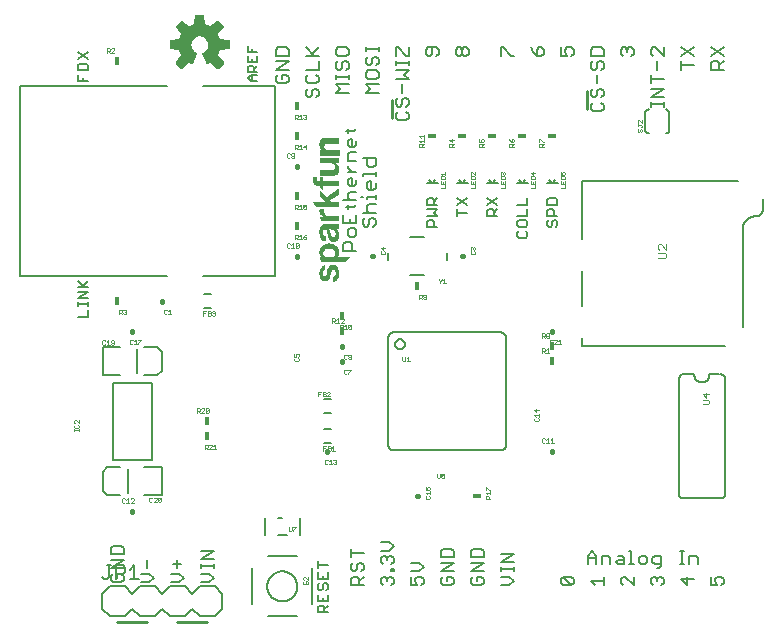
<source format=gbr>
G04 EAGLE Gerber RS-274X export*
G75*
%MOMM*%
%FSLAX34Y34*%
%LPD*%
%INSilkscreen Top*%
%IPPOS*%
%AMOC8*
5,1,8,0,0,1.08239X$1,22.5*%
G01*
%ADD10C,0.254000*%
%ADD11C,0.203200*%
%ADD12C,0.127000*%
%ADD13C,0.152400*%
%ADD14C,0.076200*%
%ADD15C,0.177800*%
%ADD16C,0.025400*%
%ADD17R,0.406400X0.711200*%
%ADD18C,0.406400*%
%ADD19R,0.711200X0.406400*%
%ADD20C,0.050800*%

G36*
X123427Y476136D02*
X123427Y476136D01*
X123535Y476146D01*
X123548Y476152D01*
X123562Y476154D01*
X123659Y476202D01*
X123758Y476247D01*
X123771Y476258D01*
X123780Y476262D01*
X123795Y476277D01*
X123872Y476340D01*
X128180Y480648D01*
X128243Y480736D01*
X128309Y480822D01*
X128314Y480835D01*
X128322Y480847D01*
X128353Y480950D01*
X128389Y481053D01*
X128389Y481067D01*
X128393Y481080D01*
X128389Y481188D01*
X128390Y481297D01*
X128385Y481310D01*
X128385Y481324D01*
X128347Y481425D01*
X128312Y481528D01*
X128303Y481543D01*
X128299Y481552D01*
X128285Y481569D01*
X128231Y481652D01*
X123417Y487555D01*
X124495Y489650D01*
X124502Y489669D01*
X124543Y489764D01*
X125261Y492008D01*
X132840Y492778D01*
X132944Y492806D01*
X133050Y492831D01*
X133062Y492838D01*
X133075Y492841D01*
X133165Y492902D01*
X133258Y492959D01*
X133266Y492970D01*
X133278Y492978D01*
X133344Y493064D01*
X133413Y493148D01*
X133417Y493161D01*
X133426Y493172D01*
X133460Y493275D01*
X133499Y493376D01*
X133500Y493394D01*
X133504Y493403D01*
X133503Y493424D01*
X133513Y493523D01*
X133513Y499617D01*
X133496Y499725D01*
X133482Y499832D01*
X133476Y499844D01*
X133474Y499858D01*
X133422Y499954D01*
X133375Y500051D01*
X133365Y500061D01*
X133359Y500073D01*
X133279Y500147D01*
X133203Y500224D01*
X133191Y500230D01*
X133181Y500240D01*
X133082Y500285D01*
X132984Y500333D01*
X132967Y500337D01*
X132958Y500341D01*
X132937Y500343D01*
X132840Y500362D01*
X125261Y501132D01*
X124543Y503376D01*
X124534Y503394D01*
X124495Y503490D01*
X123417Y505585D01*
X128231Y511489D01*
X128285Y511583D01*
X128342Y511675D01*
X128345Y511688D01*
X128352Y511700D01*
X128373Y511807D01*
X128398Y511912D01*
X128396Y511926D01*
X128399Y511940D01*
X128384Y512047D01*
X128374Y512155D01*
X128368Y512168D01*
X128366Y512182D01*
X128318Y512279D01*
X128273Y512378D01*
X128262Y512391D01*
X128258Y512400D01*
X128243Y512415D01*
X128180Y512492D01*
X123872Y516800D01*
X123784Y516863D01*
X123698Y516929D01*
X123685Y516934D01*
X123673Y516942D01*
X123570Y516973D01*
X123467Y517009D01*
X123453Y517009D01*
X123440Y517013D01*
X123332Y517009D01*
X123223Y517010D01*
X123210Y517005D01*
X123196Y517005D01*
X123095Y516967D01*
X122992Y516932D01*
X122977Y516923D01*
X122968Y516919D01*
X122951Y516905D01*
X122869Y516851D01*
X116965Y512037D01*
X114870Y513115D01*
X114851Y513122D01*
X114756Y513163D01*
X112512Y513881D01*
X111742Y521460D01*
X111714Y521564D01*
X111689Y521670D01*
X111682Y521682D01*
X111679Y521695D01*
X111618Y521785D01*
X111561Y521878D01*
X111550Y521886D01*
X111542Y521898D01*
X111456Y521964D01*
X111372Y522033D01*
X111359Y522037D01*
X111348Y522046D01*
X111245Y522080D01*
X111144Y522119D01*
X111126Y522120D01*
X111117Y522124D01*
X111096Y522123D01*
X110997Y522133D01*
X104903Y522133D01*
X104795Y522116D01*
X104688Y522102D01*
X104676Y522096D01*
X104662Y522094D01*
X104566Y522042D01*
X104469Y521995D01*
X104459Y521985D01*
X104447Y521979D01*
X104373Y521899D01*
X104296Y521823D01*
X104290Y521811D01*
X104280Y521801D01*
X104235Y521702D01*
X104187Y521604D01*
X104183Y521587D01*
X104179Y521578D01*
X104177Y521557D01*
X104158Y521460D01*
X103388Y513881D01*
X101144Y513163D01*
X101126Y513154D01*
X101030Y513115D01*
X98935Y512037D01*
X93032Y516851D01*
X92937Y516905D01*
X92845Y516962D01*
X92832Y516965D01*
X92820Y516972D01*
X92713Y516993D01*
X92608Y517018D01*
X92594Y517016D01*
X92580Y517019D01*
X92473Y517004D01*
X92365Y516994D01*
X92352Y516988D01*
X92339Y516986D01*
X92241Y516938D01*
X92142Y516893D01*
X92129Y516882D01*
X92120Y516878D01*
X92105Y516863D01*
X92028Y516800D01*
X87720Y512492D01*
X87657Y512404D01*
X87591Y512318D01*
X87586Y512305D01*
X87578Y512293D01*
X87547Y512190D01*
X87511Y512087D01*
X87511Y512073D01*
X87507Y512060D01*
X87511Y511952D01*
X87510Y511843D01*
X87515Y511830D01*
X87515Y511816D01*
X87553Y511715D01*
X87588Y511612D01*
X87597Y511597D01*
X87601Y511588D01*
X87615Y511571D01*
X87669Y511489D01*
X92483Y505585D01*
X91405Y503490D01*
X91398Y503471D01*
X91357Y503376D01*
X90639Y501132D01*
X83060Y500362D01*
X82956Y500334D01*
X82850Y500309D01*
X82838Y500302D01*
X82825Y500299D01*
X82735Y500238D01*
X82642Y500181D01*
X82634Y500170D01*
X82622Y500162D01*
X82556Y500076D01*
X82488Y499992D01*
X82483Y499979D01*
X82474Y499968D01*
X82440Y499865D01*
X82401Y499764D01*
X82400Y499746D01*
X82396Y499737D01*
X82397Y499716D01*
X82387Y499617D01*
X82387Y493523D01*
X82405Y493415D01*
X82418Y493308D01*
X82424Y493296D01*
X82426Y493282D01*
X82478Y493186D01*
X82525Y493089D01*
X82535Y493079D01*
X82541Y493067D01*
X82621Y492993D01*
X82697Y492916D01*
X82709Y492910D01*
X82720Y492900D01*
X82818Y492855D01*
X82916Y492807D01*
X82933Y492803D01*
X82942Y492799D01*
X82963Y492797D01*
X83060Y492778D01*
X90639Y492008D01*
X91357Y489764D01*
X91366Y489746D01*
X91405Y489650D01*
X92483Y487555D01*
X87669Y481652D01*
X87615Y481557D01*
X87558Y481465D01*
X87555Y481452D01*
X87548Y481440D01*
X87527Y481333D01*
X87502Y481228D01*
X87504Y481214D01*
X87501Y481200D01*
X87516Y481093D01*
X87526Y480985D01*
X87532Y480972D01*
X87534Y480959D01*
X87582Y480861D01*
X87627Y480762D01*
X87638Y480749D01*
X87642Y480740D01*
X87657Y480725D01*
X87720Y480648D01*
X92028Y476340D01*
X92116Y476277D01*
X92202Y476211D01*
X92215Y476206D01*
X92227Y476198D01*
X92330Y476167D01*
X92433Y476131D01*
X92447Y476131D01*
X92460Y476127D01*
X92568Y476131D01*
X92677Y476130D01*
X92690Y476135D01*
X92704Y476135D01*
X92805Y476173D01*
X92908Y476208D01*
X92923Y476217D01*
X92932Y476221D01*
X92949Y476235D01*
X93032Y476289D01*
X98935Y481103D01*
X101029Y480024D01*
X101082Y480007D01*
X101131Y479981D01*
X101197Y479970D01*
X101261Y479949D01*
X101317Y479950D01*
X101371Y479941D01*
X101438Y479952D01*
X101505Y479953D01*
X101557Y479971D01*
X101612Y479980D01*
X101671Y480012D01*
X101735Y480034D01*
X101779Y480069D01*
X101828Y480095D01*
X101873Y480144D01*
X101926Y480186D01*
X101957Y480233D01*
X101995Y480273D01*
X102051Y480378D01*
X102059Y480391D01*
X102060Y480396D01*
X102064Y480403D01*
X105652Y489065D01*
X105677Y489172D01*
X105706Y489278D01*
X105705Y489291D01*
X105708Y489303D01*
X105697Y489412D01*
X105690Y489522D01*
X105685Y489533D01*
X105684Y489546D01*
X105638Y489646D01*
X105597Y489747D01*
X105588Y489757D01*
X105583Y489768D01*
X105508Y489848D01*
X105436Y489931D01*
X105423Y489940D01*
X105416Y489946D01*
X105398Y489956D01*
X105313Y490013D01*
X104027Y490700D01*
X102958Y491578D01*
X102080Y492648D01*
X101427Y493868D01*
X101026Y495193D01*
X100890Y496568D01*
X101039Y498012D01*
X101479Y499393D01*
X102192Y500655D01*
X103148Y501745D01*
X104306Y502617D01*
X105618Y503233D01*
X107028Y503569D01*
X108477Y503610D01*
X109904Y503354D01*
X111248Y502812D01*
X112454Y502006D01*
X113469Y500972D01*
X114252Y499752D01*
X114769Y498397D01*
X114998Y496966D01*
X114931Y495518D01*
X114569Y494115D01*
X113928Y492814D01*
X113034Y491672D01*
X111927Y490737D01*
X110584Y490011D01*
X110499Y489945D01*
X110411Y489882D01*
X110402Y489870D01*
X110391Y489862D01*
X110331Y489772D01*
X110268Y489684D01*
X110264Y489670D01*
X110256Y489658D01*
X110229Y489554D01*
X110197Y489451D01*
X110198Y489436D01*
X110194Y489422D01*
X110202Y489314D01*
X110205Y489207D01*
X110210Y489189D01*
X110211Y489179D01*
X110220Y489158D01*
X110248Y489065D01*
X110763Y487823D01*
X110763Y487822D01*
X111073Y487074D01*
X111073Y487073D01*
X111383Y486324D01*
X111694Y485575D01*
X112314Y484076D01*
X112625Y483327D01*
X112935Y482578D01*
X113245Y481829D01*
X113245Y481828D01*
X113556Y481079D01*
X113836Y480403D01*
X113865Y480356D01*
X113886Y480304D01*
X113929Y480253D01*
X113965Y480196D01*
X114008Y480161D01*
X114044Y480118D01*
X114101Y480084D01*
X114153Y480041D01*
X114205Y480022D01*
X114253Y479993D01*
X114319Y479979D01*
X114382Y479955D01*
X114437Y479953D01*
X114492Y479942D01*
X114558Y479949D01*
X114625Y479947D01*
X114679Y479963D01*
X114734Y479970D01*
X114845Y480014D01*
X114859Y480018D01*
X114863Y480021D01*
X114871Y480024D01*
X116965Y481103D01*
X122869Y476289D01*
X122963Y476235D01*
X123055Y476178D01*
X123068Y476175D01*
X123080Y476168D01*
X123187Y476147D01*
X123292Y476122D01*
X123306Y476124D01*
X123320Y476121D01*
X123427Y476136D01*
G37*
G36*
X231044Y312347D02*
X231044Y312347D01*
X231051Y312345D01*
X231108Y312374D01*
X231129Y312383D01*
X231130Y312385D01*
X231132Y312386D01*
X234866Y316526D01*
X234881Y316571D01*
X234898Y316615D01*
X234897Y316617D01*
X234898Y316620D01*
X234877Y316662D01*
X234857Y316704D01*
X234855Y316705D01*
X234854Y316707D01*
X234832Y316714D01*
X234772Y316737D01*
X223668Y316737D01*
X223670Y316738D01*
X224386Y317258D01*
X224393Y317269D01*
X224406Y317276D01*
X224996Y317936D01*
X225000Y317948D01*
X225011Y317958D01*
X225448Y318727D01*
X225450Y318740D01*
X225459Y318752D01*
X225723Y319596D01*
X225722Y319607D01*
X225728Y319618D01*
X225883Y320835D01*
X225881Y320844D01*
X225884Y320853D01*
X225867Y322080D01*
X225864Y322088D01*
X225866Y322098D01*
X225677Y323310D01*
X225672Y323319D01*
X225672Y323330D01*
X225378Y324249D01*
X225371Y324257D01*
X225369Y324269D01*
X224923Y325125D01*
X224915Y325131D01*
X224912Y325143D01*
X224327Y325911D01*
X224318Y325916D01*
X224313Y325927D01*
X223606Y326584D01*
X223596Y326588D01*
X223589Y326598D01*
X222404Y327370D01*
X222394Y327372D01*
X222385Y327380D01*
X221085Y327936D01*
X221074Y327936D01*
X221064Y327943D01*
X219688Y328266D01*
X219677Y328264D01*
X219666Y328269D01*
X217451Y328387D01*
X217440Y328383D01*
X217428Y328386D01*
X215228Y328103D01*
X215218Y328098D01*
X215206Y328098D01*
X213093Y327424D01*
X213083Y327416D01*
X213070Y327414D01*
X212029Y326835D01*
X212021Y326824D01*
X212007Y326819D01*
X211117Y326027D01*
X211112Y326018D01*
X211102Y326011D01*
X210449Y325187D01*
X210447Y325179D01*
X210440Y325173D01*
X209899Y324271D01*
X209897Y324261D01*
X209889Y324252D01*
X209489Y323228D01*
X209489Y323215D01*
X209482Y323203D01*
X209299Y322118D01*
X209301Y322107D01*
X209297Y322095D01*
X209322Y320114D01*
X209327Y320103D01*
X209325Y320090D01*
X209427Y319608D01*
X209433Y319599D01*
X209433Y319587D01*
X209966Y318266D01*
X209973Y318259D01*
X209974Y318249D01*
X210207Y317855D01*
X210216Y317848D01*
X210221Y317836D01*
X210522Y317493D01*
X210528Y317490D01*
X210531Y317483D01*
X211140Y316923D01*
X211496Y316594D01*
X211497Y316594D01*
X211498Y316593D01*
X211647Y316459D01*
X209730Y316483D01*
X209715Y316477D01*
X209701Y316480D01*
X209672Y316460D01*
X209638Y316446D01*
X209633Y316432D01*
X209620Y316423D01*
X209613Y316382D01*
X209602Y316355D01*
X209606Y316345D01*
X209604Y316334D01*
X210340Y312448D01*
X210362Y312414D01*
X210379Y312378D01*
X210389Y312374D01*
X210395Y312366D01*
X210424Y312360D01*
X210464Y312345D01*
X231038Y312345D01*
X231044Y312347D01*
G37*
G36*
X221568Y329720D02*
X221568Y329720D01*
X221581Y329717D01*
X222625Y329906D01*
X222634Y329912D01*
X222647Y329912D01*
X223640Y330285D01*
X223649Y330293D01*
X223661Y330295D01*
X224144Y330587D01*
X224151Y330596D01*
X224163Y330601D01*
X224583Y330978D01*
X224588Y330989D01*
X224599Y330996D01*
X224941Y331444D01*
X224945Y331457D01*
X224955Y331467D01*
X225561Y332736D01*
X225561Y332749D01*
X225570Y332762D01*
X225878Y334134D01*
X225876Y334146D01*
X225881Y334159D01*
X225919Y335794D01*
X225915Y335804D01*
X225918Y335815D01*
X225677Y337433D01*
X225671Y337442D01*
X225672Y337455D01*
X225320Y338490D01*
X225312Y338499D01*
X225310Y338511D01*
X224770Y339462D01*
X224761Y339470D01*
X224756Y339482D01*
X224053Y340309D01*
X224037Y340333D01*
X224036Y340342D01*
X224038Y340350D01*
X224044Y340357D01*
X224067Y340366D01*
X225096Y340593D01*
X225099Y340595D01*
X225102Y340594D01*
X225382Y340670D01*
X225396Y340681D01*
X225415Y340685D01*
X225451Y340706D01*
X225468Y340730D01*
X225471Y340733D01*
X225481Y340737D01*
X225484Y340745D01*
X225497Y340757D01*
X225516Y340794D01*
X225518Y340824D01*
X225529Y340862D01*
X225526Y340898D01*
X225526Y344932D01*
X225517Y344955D01*
X225517Y344980D01*
X225498Y344998D01*
X225488Y345023D01*
X225465Y345032D01*
X225447Y345049D01*
X225418Y345050D01*
X225396Y345058D01*
X225378Y345050D01*
X225356Y345050D01*
X225157Y344976D01*
X223862Y344627D01*
X222525Y344525D01*
X218187Y344550D01*
X218184Y344549D01*
X218182Y344550D01*
X218139Y344530D01*
X218106Y344517D01*
X218084Y344525D01*
X213258Y344525D01*
X213251Y344522D01*
X213243Y344524D01*
X212507Y344433D01*
X212494Y344426D01*
X212477Y344426D01*
X211786Y344159D01*
X211776Y344148D01*
X211759Y344144D01*
X211154Y343717D01*
X211146Y343704D01*
X211131Y343696D01*
X210648Y343134D01*
X210644Y343121D01*
X210633Y343111D01*
X209939Y341808D01*
X209938Y341796D01*
X209930Y341785D01*
X209505Y340371D01*
X209506Y340361D01*
X209501Y340352D01*
X209271Y338613D01*
X209273Y338605D01*
X209270Y338597D01*
X209262Y336843D01*
X209265Y336836D01*
X209262Y336827D01*
X209476Y335087D01*
X209480Y335079D01*
X209479Y335069D01*
X209813Y333840D01*
X209820Y333832D01*
X209820Y333821D01*
X210349Y332663D01*
X210358Y332655D01*
X210361Y332642D01*
X210935Y331825D01*
X210946Y331818D01*
X210952Y331805D01*
X210992Y331768D01*
X211666Y331137D01*
X211682Y331122D01*
X211694Y331118D01*
X211703Y331106D01*
X212556Y330587D01*
X212569Y330585D01*
X212580Y330575D01*
X213521Y330241D01*
X213534Y330242D01*
X213547Y330235D01*
X214438Y330113D01*
X214440Y330110D01*
X214440Y330109D01*
X214487Y330091D01*
X214532Y330074D01*
X214537Y330076D01*
X214616Y330109D01*
X214642Y330134D01*
X214659Y330174D01*
X214680Y330212D01*
X214678Y330218D01*
X214680Y330225D01*
X214663Y330265D01*
X214654Y330295D01*
X214654Y334442D01*
X214653Y334444D01*
X214654Y334446D01*
X214634Y334489D01*
X214616Y334533D01*
X214614Y334533D01*
X214613Y334535D01*
X214528Y334568D01*
X214486Y334568D01*
X213954Y334631D01*
X213459Y334815D01*
X213021Y335110D01*
X212665Y335500D01*
X212410Y335964D01*
X212245Y336525D01*
X212191Y337112D01*
X212241Y338467D01*
X212302Y338836D01*
X212430Y339182D01*
X212623Y339496D01*
X212857Y339749D01*
X213136Y339948D01*
X213450Y340087D01*
X213971Y340198D01*
X214502Y340198D01*
X215023Y340087D01*
X215120Y340045D01*
X215207Y339985D01*
X215468Y339701D01*
X215714Y339273D01*
X215879Y338804D01*
X216105Y337498D01*
X216333Y335292D01*
X216336Y335288D01*
X216335Y335283D01*
X216613Y333746D01*
X216617Y333738D01*
X216617Y333729D01*
X217101Y332244D01*
X217108Y332236D01*
X217109Y332224D01*
X217475Y331528D01*
X217485Y331520D01*
X217489Y331507D01*
X217987Y330897D01*
X217995Y330893D01*
X217999Y330884D01*
X218003Y330883D01*
X218005Y330879D01*
X218614Y330381D01*
X218625Y330378D01*
X218628Y330377D01*
X218638Y330366D01*
X219500Y329937D01*
X219515Y329936D01*
X219529Y329927D01*
X220470Y329721D01*
X220483Y329723D01*
X220497Y329718D01*
X221558Y329715D01*
X221568Y329720D01*
G37*
G36*
X225479Y358853D02*
X225479Y358853D01*
X225482Y358852D01*
X225565Y358889D01*
X225616Y358940D01*
X225618Y358943D01*
X225620Y358944D01*
X225653Y359029D01*
X225653Y363169D01*
X225652Y363171D01*
X225653Y363173D01*
X225633Y363216D01*
X225615Y363260D01*
X225613Y363260D01*
X225612Y363262D01*
X225527Y363295D01*
X220119Y363295D01*
X218512Y364950D01*
X225490Y369183D01*
X225501Y369198D01*
X225518Y369206D01*
X225531Y369240D01*
X225548Y369263D01*
X225546Y369276D01*
X225551Y369290D01*
X225576Y374370D01*
X225561Y374406D01*
X225553Y374444D01*
X225543Y374450D01*
X225538Y374461D01*
X225502Y374476D01*
X225469Y374496D01*
X225457Y374493D01*
X225447Y374497D01*
X225419Y374485D01*
X225380Y374476D01*
X215485Y367879D01*
X209919Y373570D01*
X209918Y373571D01*
X209917Y373573D01*
X209872Y373590D01*
X209828Y373608D01*
X209827Y373608D01*
X209825Y373608D01*
X209782Y373588D01*
X209738Y373569D01*
X209737Y373568D01*
X209736Y373567D01*
X209703Y373482D01*
X209703Y368808D01*
X209704Y368805D01*
X209703Y368802D01*
X209740Y368719D01*
X215214Y363244D01*
X203784Y363244D01*
X203752Y363231D01*
X203718Y363226D01*
X203708Y363212D01*
X203693Y363206D01*
X203681Y363174D01*
X203661Y363145D01*
X203663Y363128D01*
X203658Y363114D01*
X203669Y363089D01*
X203674Y363055D01*
X206036Y358915D01*
X206053Y358903D01*
X206061Y358885D01*
X206093Y358872D01*
X206115Y358856D01*
X206130Y358858D01*
X206146Y358852D01*
X225476Y358852D01*
X225479Y358853D01*
G37*
G36*
X220553Y385753D02*
X220553Y385753D01*
X220560Y385751D01*
X221659Y385852D01*
X221669Y385858D01*
X221682Y385856D01*
X222745Y386156D01*
X222754Y386163D01*
X222767Y386164D01*
X223757Y386652D01*
X223765Y386661D01*
X223777Y386665D01*
X224662Y387325D01*
X224669Y387335D01*
X224681Y387342D01*
X224909Y387596D01*
X224913Y387608D01*
X224924Y387616D01*
X225450Y388518D01*
X225452Y388530D01*
X225460Y388540D01*
X225803Y389526D01*
X225802Y389538D01*
X225809Y389550D01*
X225956Y390583D01*
X225953Y390593D01*
X225957Y390604D01*
X225956Y390678D01*
X225956Y390679D01*
X225953Y390805D01*
X225951Y390931D01*
X225948Y391057D01*
X225945Y391183D01*
X225945Y391184D01*
X225943Y391310D01*
X225927Y392098D01*
X225924Y392105D01*
X225926Y392114D01*
X225702Y393592D01*
X225697Y393600D01*
X225698Y393610D01*
X225617Y393872D01*
X225611Y393880D01*
X225610Y393892D01*
X225487Y394137D01*
X225480Y394144D01*
X225477Y394154D01*
X224818Y395084D01*
X224810Y395089D01*
X224807Y395098D01*
X224022Y395925D01*
X224014Y395928D01*
X224009Y395937D01*
X223368Y396444D01*
X225425Y396444D01*
X225427Y396445D01*
X225429Y396444D01*
X225472Y396464D01*
X225516Y396482D01*
X225516Y396484D01*
X225518Y396485D01*
X225551Y396570D01*
X225551Y400583D01*
X225550Y400585D01*
X225551Y400587D01*
X225531Y400630D01*
X225513Y400674D01*
X225511Y400674D01*
X225510Y400676D01*
X225425Y400709D01*
X209804Y400709D01*
X209802Y400708D01*
X209800Y400709D01*
X209757Y400689D01*
X209713Y400671D01*
X209713Y400669D01*
X209711Y400668D01*
X209678Y400583D01*
X209678Y396367D01*
X209679Y396365D01*
X209678Y396363D01*
X209698Y396320D01*
X209716Y396276D01*
X209718Y396276D01*
X209719Y396274D01*
X209804Y396241D01*
X218106Y396241D01*
X219336Y396165D01*
X220540Y395940D01*
X221090Y395731D01*
X221575Y395404D01*
X221972Y394973D01*
X222260Y394463D01*
X222472Y393772D01*
X222539Y393051D01*
X222459Y392332D01*
X222236Y391643D01*
X222011Y391248D01*
X221710Y390907D01*
X221348Y390635D01*
X220580Y390292D01*
X219750Y390143D01*
X209753Y390143D01*
X209751Y390142D01*
X209749Y390143D01*
X209706Y390123D01*
X209662Y390105D01*
X209662Y390103D01*
X209660Y390102D01*
X209627Y390017D01*
X209627Y385877D01*
X209628Y385875D01*
X209627Y385873D01*
X209647Y385830D01*
X209665Y385786D01*
X209667Y385786D01*
X209668Y385784D01*
X209753Y385751D01*
X220548Y385751D01*
X220553Y385753D01*
G37*
G36*
X225503Y402948D02*
X225503Y402948D01*
X225505Y402947D01*
X225548Y402967D01*
X225592Y402985D01*
X225592Y402987D01*
X225594Y402988D01*
X225627Y403073D01*
X225627Y407289D01*
X225626Y407291D01*
X225627Y407293D01*
X225607Y407336D01*
X225589Y407380D01*
X225587Y407380D01*
X225586Y407382D01*
X225501Y407415D01*
X216135Y407415D01*
X215352Y407496D01*
X214602Y407712D01*
X213923Y408075D01*
X213354Y408592D01*
X213040Y409049D01*
X212836Y409565D01*
X212749Y410121D01*
X212699Y411226D01*
X212716Y411542D01*
X212793Y411842D01*
X213010Y412277D01*
X213319Y412651D01*
X213706Y412947D01*
X214348Y413257D01*
X215036Y413448D01*
X215754Y413513D01*
X225400Y413513D01*
X225402Y413514D01*
X225404Y413513D01*
X225447Y413533D01*
X225491Y413551D01*
X225491Y413553D01*
X225493Y413554D01*
X225526Y413639D01*
X225526Y417728D01*
X225525Y417730D01*
X225526Y417732D01*
X225506Y417775D01*
X225488Y417819D01*
X225486Y417819D01*
X225485Y417821D01*
X225400Y417854D01*
X214859Y417854D01*
X214854Y417852D01*
X214849Y417854D01*
X213720Y417764D01*
X213712Y417760D01*
X213703Y417761D01*
X212596Y417521D01*
X212588Y417516D01*
X212578Y417516D01*
X211873Y417247D01*
X211865Y417239D01*
X211853Y417237D01*
X211204Y416853D01*
X211198Y416844D01*
X211186Y416840D01*
X210611Y416351D01*
X210606Y416340D01*
X210594Y416333D01*
X209976Y415548D01*
X209973Y415535D01*
X209961Y415524D01*
X209539Y414619D01*
X209538Y414605D01*
X209530Y414591D01*
X209324Y413614D01*
X209327Y413603D01*
X209322Y413591D01*
X209272Y411585D01*
X209276Y411575D01*
X209273Y411564D01*
X209428Y410512D01*
X209435Y410501D01*
X209435Y410487D01*
X209804Y409490D01*
X209813Y409480D01*
X209816Y409466D01*
X210383Y408568D01*
X210392Y408561D01*
X210396Y408550D01*
X210812Y408089D01*
X210820Y408086D01*
X210824Y408078D01*
X211297Y407676D01*
X211302Y407674D01*
X211304Y407670D01*
X211682Y407393D01*
X211818Y407279D01*
X211847Y407237D01*
X209779Y407237D01*
X209777Y407236D01*
X209775Y407237D01*
X209732Y407217D01*
X209688Y407199D01*
X209688Y407197D01*
X209686Y407196D01*
X209653Y407111D01*
X209653Y403073D01*
X209654Y403071D01*
X209653Y403069D01*
X209673Y403026D01*
X209691Y402982D01*
X209693Y402982D01*
X209694Y402980D01*
X209779Y402947D01*
X225501Y402947D01*
X225503Y402948D01*
G37*
G36*
X220478Y295912D02*
X220478Y295912D01*
X220481Y295911D01*
X220837Y295936D01*
X220843Y295939D01*
X220850Y295938D01*
X221434Y296040D01*
X221442Y296045D01*
X221453Y296044D01*
X222723Y296476D01*
X222730Y296483D01*
X222740Y296484D01*
X223336Y296793D01*
X223343Y296803D01*
X223356Y296807D01*
X223880Y297227D01*
X223885Y297238D01*
X223897Y297244D01*
X224328Y297759D01*
X224330Y297767D01*
X224337Y297772D01*
X225099Y298966D01*
X225101Y298974D01*
X225108Y298981D01*
X225505Y299838D01*
X225506Y299851D01*
X225514Y299863D01*
X225726Y300784D01*
X225724Y300793D01*
X225729Y300803D01*
X225907Y303369D01*
X225905Y303376D01*
X225907Y303382D01*
X225903Y303490D01*
X225899Y303616D01*
X225894Y303742D01*
X225890Y303868D01*
X225890Y303869D01*
X225886Y303995D01*
X225881Y304121D01*
X225877Y304247D01*
X225872Y304373D01*
X225872Y304374D01*
X225868Y304500D01*
X225863Y304626D01*
X225860Y304709D01*
X225858Y304715D01*
X225859Y304722D01*
X225677Y306036D01*
X225673Y306044D01*
X225674Y306053D01*
X225391Y307053D01*
X225384Y307062D01*
X225383Y307074D01*
X224932Y308009D01*
X224924Y308016D01*
X224921Y308028D01*
X224315Y308872D01*
X224306Y308877D01*
X224304Y308882D01*
X224303Y308882D01*
X224300Y308888D01*
X223557Y309614D01*
X223547Y309618D01*
X223539Y309629D01*
X222975Y310008D01*
X222964Y310010D01*
X222954Y310019D01*
X222329Y310285D01*
X222317Y310285D01*
X222306Y310293D01*
X221642Y310435D01*
X221633Y310434D01*
X221624Y310438D01*
X220583Y310514D01*
X220574Y310511D01*
X220563Y310514D01*
X219508Y310420D01*
X219495Y310413D01*
X219479Y310413D01*
X218476Y310076D01*
X218465Y310067D01*
X218450Y310064D01*
X218038Y309812D01*
X218031Y309802D01*
X218017Y309796D01*
X217667Y309464D01*
X217663Y309453D01*
X217652Y309447D01*
X217144Y308755D01*
X217142Y308747D01*
X217134Y308740D01*
X216729Y307984D01*
X216728Y307975D01*
X216722Y307968D01*
X216112Y306312D01*
X216112Y306304D01*
X216107Y306296D01*
X215726Y304573D01*
X215726Y304572D01*
X215725Y304571D01*
X215321Y302548D01*
X215049Y301796D01*
X214633Y301121D01*
X214340Y300838D01*
X213979Y300654D01*
X213610Y300589D01*
X213238Y300637D01*
X212896Y300792D01*
X212628Y301025D01*
X212433Y301326D01*
X212276Y301750D01*
X212191Y302199D01*
X212147Y303048D01*
X212191Y303895D01*
X212289Y304391D01*
X212478Y304858D01*
X212749Y305281D01*
X213013Y305556D01*
X213326Y305774D01*
X213678Y305924D01*
X213921Y305979D01*
X214181Y305995D01*
X214223Y306016D01*
X214266Y306036D01*
X214267Y306038D01*
X214269Y306039D01*
X214275Y306058D01*
X214299Y306121D01*
X214299Y310007D01*
X214296Y310016D01*
X214298Y310024D01*
X214277Y310060D01*
X214261Y310098D01*
X214252Y310101D01*
X214247Y310109D01*
X214196Y310123D01*
X214169Y310133D01*
X214165Y310131D01*
X214160Y310133D01*
X213449Y310057D01*
X213439Y310051D01*
X213428Y310053D01*
X213422Y310048D01*
X213415Y310048D01*
X213402Y310056D01*
X213382Y310051D01*
X213367Y310051D01*
X213364Y310049D01*
X213342Y310050D01*
X212784Y309847D01*
X212780Y309843D01*
X212775Y309843D01*
X211987Y309487D01*
X211981Y309480D01*
X211970Y309478D01*
X211528Y309192D01*
X211523Y309184D01*
X211513Y309180D01*
X211118Y308832D01*
X211113Y308822D01*
X211102Y308815D01*
X210345Y307856D01*
X210342Y307843D01*
X210331Y307833D01*
X209793Y306736D01*
X209792Y306724D01*
X209784Y306713D01*
X209416Y305362D01*
X209417Y305352D01*
X209412Y305342D01*
X209272Y303949D01*
X209274Y303943D01*
X209272Y303936D01*
X209272Y302133D01*
X209274Y302127D01*
X209272Y302119D01*
X209427Y300690D01*
X209433Y300680D01*
X209432Y300667D01*
X209843Y299289D01*
X209850Y299280D01*
X209851Y299268D01*
X210505Y297987D01*
X210514Y297979D01*
X210517Y297967D01*
X210887Y297491D01*
X210897Y297485D01*
X210903Y297473D01*
X211358Y297079D01*
X211369Y297075D01*
X211378Y297064D01*
X211900Y296765D01*
X211913Y296764D01*
X211923Y296755D01*
X213007Y296397D01*
X213019Y296398D01*
X213032Y296392D01*
X214166Y296263D01*
X214178Y296266D01*
X214192Y296263D01*
X215328Y296368D01*
X215339Y296374D01*
X215353Y296373D01*
X215842Y296525D01*
X215852Y296533D01*
X215866Y296535D01*
X216313Y296784D01*
X216321Y296795D01*
X216335Y296799D01*
X216720Y297136D01*
X216725Y297146D01*
X216736Y297152D01*
X217273Y297829D01*
X217276Y297838D01*
X217284Y297845D01*
X217711Y298596D01*
X217712Y298605D01*
X217719Y298613D01*
X218025Y299421D01*
X218025Y299429D01*
X218030Y299437D01*
X218893Y303068D01*
X219199Y304242D01*
X219669Y305349D01*
X219900Y305685D01*
X220204Y305951D01*
X220566Y306131D01*
X220961Y306216D01*
X221365Y306199D01*
X221750Y306082D01*
X222095Y305874D01*
X222379Y305586D01*
X222691Y305073D01*
X222888Y304506D01*
X222962Y303903D01*
X222962Y302573D01*
X222889Y302011D01*
X222672Y301424D01*
X222335Y300897D01*
X221892Y300455D01*
X221478Y300200D01*
X221016Y300053D01*
X220519Y300024D01*
X220472Y300024D01*
X220470Y300023D01*
X220468Y300024D01*
X220425Y300004D01*
X220381Y299986D01*
X220381Y299984D01*
X220379Y299983D01*
X220346Y299898D01*
X220346Y296037D01*
X220348Y296031D01*
X220346Y296024D01*
X220353Y296012D01*
X220352Y295998D01*
X220353Y295996D01*
X220353Y295995D01*
X220373Y295973D01*
X220384Y295946D01*
X220391Y295944D01*
X220394Y295938D01*
X220408Y295933D01*
X220417Y295923D01*
X220418Y295923D01*
X220420Y295922D01*
X220447Y295921D01*
X220454Y295919D01*
X220476Y295911D01*
X220478Y295912D01*
G37*
G36*
X212519Y373147D02*
X212519Y373147D01*
X212563Y373167D01*
X212564Y373168D01*
X212597Y373252D01*
X212621Y377115D01*
X225501Y377115D01*
X225503Y377116D01*
X225505Y377115D01*
X225548Y377135D01*
X225592Y377153D01*
X225592Y377155D01*
X225594Y377156D01*
X225627Y377241D01*
X225627Y381406D01*
X225626Y381408D01*
X225627Y381410D01*
X225607Y381453D01*
X225589Y381497D01*
X225587Y381497D01*
X225586Y381499D01*
X225501Y381532D01*
X212597Y381532D01*
X212597Y384404D01*
X212596Y384406D01*
X212597Y384408D01*
X212577Y384451D01*
X212559Y384495D01*
X212557Y384495D01*
X212556Y384497D01*
X212471Y384530D01*
X209804Y384530D01*
X209802Y384529D01*
X209800Y384530D01*
X209757Y384510D01*
X209713Y384492D01*
X209713Y384490D01*
X209711Y384489D01*
X209678Y384404D01*
X209678Y381558D01*
X208416Y381558D01*
X207954Y381621D01*
X207531Y381796D01*
X207299Y381978D01*
X207129Y382218D01*
X207032Y382500D01*
X206949Y383400D01*
X207034Y384315D01*
X207060Y384595D01*
X207058Y384601D01*
X207060Y384607D01*
X207060Y384683D01*
X207059Y384685D01*
X207060Y384687D01*
X207040Y384730D01*
X207022Y384774D01*
X207020Y384774D01*
X207019Y384776D01*
X206934Y384809D01*
X203911Y384809D01*
X203909Y384808D01*
X203907Y384809D01*
X203864Y384789D01*
X203820Y384771D01*
X203820Y384769D01*
X203818Y384768D01*
X203785Y384683D01*
X203785Y384661D01*
X203709Y383344D01*
X203710Y383341D01*
X203709Y383337D01*
X203709Y381787D01*
X203713Y381777D01*
X203711Y381766D01*
X203885Y380753D01*
X203892Y380743D01*
X203892Y380729D01*
X204261Y379771D01*
X204269Y379762D01*
X204272Y379749D01*
X204822Y378881D01*
X204832Y378874D01*
X204837Y378862D01*
X205547Y378119D01*
X205558Y378114D01*
X205565Y378103D01*
X206042Y377763D01*
X206053Y377761D01*
X206062Y377752D01*
X206593Y377503D01*
X206604Y377503D01*
X206614Y377495D01*
X207181Y377347D01*
X207192Y377348D01*
X207203Y377343D01*
X209337Y377166D01*
X209338Y377167D01*
X209344Y377167D01*
X209347Y377166D01*
X209678Y377166D01*
X209678Y375920D01*
X209679Y375917D01*
X209678Y375914D01*
X209715Y375831D01*
X212382Y373164D01*
X212382Y373163D01*
X212383Y373163D01*
X212428Y373145D01*
X212473Y373127D01*
X212474Y373127D01*
X212519Y373147D01*
G37*
G36*
X225402Y346991D02*
X225402Y346991D01*
X225404Y346990D01*
X225447Y347010D01*
X225491Y347028D01*
X225491Y347030D01*
X225493Y347031D01*
X225526Y347116D01*
X225526Y351282D01*
X225525Y351284D01*
X225526Y351286D01*
X225506Y351329D01*
X225488Y351373D01*
X225486Y351373D01*
X225485Y351375D01*
X225400Y351408D01*
X217581Y351408D01*
X216735Y351481D01*
X215916Y351681D01*
X215123Y352042D01*
X214431Y352567D01*
X213871Y353234D01*
X213607Y353713D01*
X213426Y354231D01*
X213334Y354773D01*
X213334Y356298D01*
X213459Y356895D01*
X213458Y356898D01*
X213460Y356901D01*
X213485Y357053D01*
X213482Y357062D01*
X213486Y357073D01*
X213486Y357099D01*
X213485Y357101D01*
X213486Y357103D01*
X213466Y357146D01*
X213448Y357190D01*
X213446Y357190D01*
X213445Y357192D01*
X213360Y357225D01*
X209499Y357225D01*
X209455Y357207D01*
X209410Y357189D01*
X209410Y357187D01*
X209408Y357187D01*
X209402Y357170D01*
X209373Y357106D01*
X209297Y355734D01*
X209301Y355724D01*
X209298Y355712D01*
X209382Y355011D01*
X209388Y355001D01*
X209387Y354987D01*
X209610Y354317D01*
X209619Y354308D01*
X209621Y354294D01*
X209974Y353683D01*
X209977Y353681D01*
X209978Y353677D01*
X210563Y352788D01*
X210566Y352785D01*
X210568Y352780D01*
X210870Y352386D01*
X210882Y352379D01*
X210890Y352365D01*
X211273Y352049D01*
X211279Y352047D01*
X211284Y352041D01*
X212326Y351355D01*
X212594Y351176D01*
X212609Y351129D01*
X209829Y351129D01*
X209816Y351124D01*
X209803Y351127D01*
X209773Y351105D01*
X209738Y351091D01*
X209733Y351078D01*
X209722Y351070D01*
X209714Y351027D01*
X209703Y350999D01*
X209707Y350991D01*
X209705Y350981D01*
X210391Y347120D01*
X210413Y347086D01*
X210430Y347049D01*
X210439Y347045D01*
X210444Y347037D01*
X210474Y347032D01*
X210515Y347016D01*
X225400Y346990D01*
X225402Y346991D01*
G37*
%LPC*%
G36*
X215525Y316669D02*
X215525Y316669D01*
X214751Y316936D01*
X214044Y317349D01*
X213364Y317947D01*
X212808Y318659D01*
X212646Y318997D01*
X212572Y319369D01*
X212522Y320444D01*
X212567Y321011D01*
X212723Y321553D01*
X212983Y322053D01*
X213613Y322812D01*
X214399Y323409D01*
X215298Y323812D01*
X216268Y324003D01*
X218239Y324006D01*
X220186Y323702D01*
X220947Y323413D01*
X221605Y322941D01*
X222121Y322315D01*
X222459Y321576D01*
X222638Y320685D01*
X222632Y319775D01*
X222480Y319053D01*
X222190Y318375D01*
X221827Y317866D01*
X221358Y317454D01*
X220794Y317155D01*
X220790Y317149D01*
X220783Y317148D01*
X220707Y317097D01*
X220706Y317096D01*
X220705Y317096D01*
X220645Y317054D01*
X220586Y317042D01*
X220548Y317042D01*
X220547Y317042D01*
X220546Y317042D01*
X220502Y317023D01*
X220457Y317004D01*
X220457Y317003D01*
X220456Y317002D01*
X220439Y316957D01*
X220431Y316935D01*
X220426Y316935D01*
X220391Y316944D01*
X220354Y316939D01*
X220344Y316933D01*
X220330Y316934D01*
X219655Y316709D01*
X218886Y316585D01*
X216340Y316559D01*
X215525Y316669D01*
G37*
%LPD*%
%LPC*%
G36*
X220337Y334156D02*
X220337Y334156D01*
X219795Y334376D01*
X219497Y334580D01*
X219253Y334848D01*
X218969Y335322D01*
X218772Y335840D01*
X218667Y336390D01*
X218515Y337833D01*
X218513Y337837D01*
X218513Y337841D01*
X218344Y338833D01*
X218340Y338839D01*
X218341Y338848D01*
X218053Y339812D01*
X218046Y339821D01*
X218044Y339834D01*
X217937Y340041D01*
X217925Y340051D01*
X217919Y340067D01*
X217792Y340209D01*
X218084Y340209D01*
X218086Y340210D01*
X218088Y340209D01*
X218131Y340229D01*
X218133Y340229D01*
X218186Y340209D01*
X219020Y340209D01*
X220109Y340139D01*
X221179Y339932D01*
X221344Y339885D01*
X221593Y339778D01*
X221812Y339628D01*
X222531Y338884D01*
X222716Y338593D01*
X222838Y338271D01*
X222987Y337229D01*
X222937Y335701D01*
X222840Y335240D01*
X222637Y334819D01*
X222340Y334457D01*
X222090Y334266D01*
X221805Y334131D01*
X221497Y334060D01*
X220913Y334049D01*
X220337Y334156D01*
G37*
%LPD*%
D10*
X270510Y449580D02*
X270510Y434340D01*
X435610Y441960D02*
X435610Y457200D01*
X63500Y7620D02*
X38100Y7620D01*
X88900Y7620D02*
X114300Y7620D01*
D11*
X34536Y48774D02*
X32757Y46995D01*
X32757Y43436D01*
X34536Y41656D01*
X41655Y41656D01*
X43434Y43436D01*
X43434Y46995D01*
X41655Y48774D01*
X38095Y48774D01*
X38095Y45215D01*
X32757Y53350D02*
X43434Y53350D01*
X43434Y60468D02*
X32757Y53350D01*
X32757Y60468D02*
X43434Y60468D01*
X43434Y65044D02*
X32757Y65044D01*
X43434Y65044D02*
X43434Y70383D01*
X41655Y72162D01*
X34536Y72162D01*
X32757Y70383D01*
X32757Y65044D01*
X58157Y41656D02*
X65275Y41656D01*
X68834Y45215D01*
X65275Y48774D01*
X58157Y48774D01*
X63495Y53350D02*
X63495Y60468D01*
X83557Y41656D02*
X90675Y41656D01*
X94234Y45215D01*
X90675Y48774D01*
X83557Y48774D01*
X88895Y53350D02*
X88895Y60468D01*
X85336Y56909D02*
X92455Y56909D01*
X108957Y41656D02*
X116075Y41656D01*
X119634Y45215D01*
X116075Y48774D01*
X108957Y48774D01*
X119634Y53350D02*
X119634Y56909D01*
X119634Y55129D02*
X108957Y55129D01*
X108957Y53350D02*
X108957Y56909D01*
X108957Y61146D02*
X119634Y61146D01*
X119634Y68264D02*
X108957Y61146D01*
X108957Y68264D02*
X119634Y68264D01*
X235957Y39116D02*
X246634Y39116D01*
X235957Y39116D02*
X235957Y44455D01*
X237736Y46234D01*
X241295Y46234D01*
X243075Y44455D01*
X243075Y39116D01*
X243075Y42675D02*
X246634Y46234D01*
X235957Y56149D02*
X237736Y57928D01*
X235957Y56149D02*
X235957Y52589D01*
X237736Y50810D01*
X239516Y50810D01*
X241295Y52589D01*
X241295Y56149D01*
X243075Y57928D01*
X244855Y57928D01*
X246634Y56149D01*
X246634Y52589D01*
X244855Y50810D01*
X246634Y66063D02*
X235957Y66063D01*
X235957Y62504D02*
X235957Y69622D01*
X261357Y40896D02*
X263136Y39116D01*
X261357Y40896D02*
X261357Y44455D01*
X263136Y46234D01*
X264916Y46234D01*
X266695Y44455D01*
X266695Y42675D01*
X266695Y44455D02*
X268475Y46234D01*
X270255Y46234D01*
X272034Y44455D01*
X272034Y40896D01*
X270255Y39116D01*
X270255Y50810D02*
X272034Y50810D01*
X270255Y50810D02*
X270255Y52589D01*
X272034Y52589D01*
X272034Y50810D01*
X263136Y56657D02*
X261357Y58436D01*
X261357Y61996D01*
X263136Y63775D01*
X264916Y63775D01*
X266695Y61996D01*
X266695Y60216D01*
X266695Y61996D02*
X268475Y63775D01*
X270255Y63775D01*
X272034Y61996D01*
X272034Y58436D01*
X270255Y56657D01*
X268475Y68351D02*
X261357Y68351D01*
X268475Y68351D02*
X272034Y71910D01*
X268475Y75469D01*
X261357Y75469D01*
X286757Y46234D02*
X286757Y39116D01*
X292095Y39116D01*
X290316Y42675D01*
X290316Y44455D01*
X292095Y46234D01*
X295655Y46234D01*
X297434Y44455D01*
X297434Y40896D01*
X295655Y39116D01*
X293875Y50810D02*
X286757Y50810D01*
X293875Y50810D02*
X297434Y54369D01*
X293875Y57928D01*
X286757Y57928D01*
X312157Y44455D02*
X313936Y46234D01*
X312157Y44455D02*
X312157Y40896D01*
X313936Y39116D01*
X321055Y39116D01*
X322834Y40896D01*
X322834Y44455D01*
X321055Y46234D01*
X317495Y46234D01*
X317495Y42675D01*
X312157Y50810D02*
X322834Y50810D01*
X322834Y57928D02*
X312157Y50810D01*
X312157Y57928D02*
X322834Y57928D01*
X322834Y62504D02*
X312157Y62504D01*
X322834Y62504D02*
X322834Y67843D01*
X321055Y69622D01*
X313936Y69622D01*
X312157Y67843D01*
X312157Y62504D01*
X337557Y44455D02*
X339336Y46234D01*
X337557Y44455D02*
X337557Y40896D01*
X339336Y39116D01*
X346455Y39116D01*
X348234Y40896D01*
X348234Y44455D01*
X346455Y46234D01*
X342895Y46234D01*
X342895Y42675D01*
X337557Y50810D02*
X348234Y50810D01*
X348234Y57928D02*
X337557Y50810D01*
X337557Y57928D02*
X348234Y57928D01*
X348234Y62504D02*
X337557Y62504D01*
X348234Y62504D02*
X348234Y67843D01*
X346455Y69622D01*
X339336Y69622D01*
X337557Y67843D01*
X337557Y62504D01*
X362957Y39116D02*
X370075Y39116D01*
X373634Y42675D01*
X370075Y46234D01*
X362957Y46234D01*
X373634Y50810D02*
X373634Y54369D01*
X373634Y52589D02*
X362957Y52589D01*
X362957Y50810D02*
X362957Y54369D01*
X362957Y58606D02*
X373634Y58606D01*
X373634Y65724D02*
X362957Y58606D01*
X362957Y65724D02*
X373634Y65724D01*
X415536Y39116D02*
X422655Y39116D01*
X415536Y39116D02*
X413757Y40896D01*
X413757Y44455D01*
X415536Y46234D01*
X422655Y46234D01*
X424434Y44455D01*
X424434Y40896D01*
X422655Y39116D01*
X415536Y46234D01*
X439157Y42675D02*
X442716Y39116D01*
X439157Y42675D02*
X449834Y42675D01*
X449834Y39116D02*
X449834Y46234D01*
X475234Y46234D02*
X475234Y39116D01*
X468116Y46234D01*
X466336Y46234D01*
X464557Y44455D01*
X464557Y40896D01*
X466336Y39116D01*
X489957Y40896D02*
X491736Y39116D01*
X489957Y40896D02*
X489957Y44455D01*
X491736Y46234D01*
X493516Y46234D01*
X495295Y44455D01*
X495295Y42675D01*
X495295Y44455D02*
X497075Y46234D01*
X498855Y46234D01*
X500634Y44455D01*
X500634Y40896D01*
X498855Y39116D01*
X515357Y44455D02*
X526034Y44455D01*
X520695Y39116D02*
X515357Y44455D01*
X520695Y46234D02*
X520695Y39116D01*
X540757Y39116D02*
X540757Y46234D01*
X540757Y39116D02*
X546095Y39116D01*
X544316Y42675D01*
X544316Y44455D01*
X546095Y46234D01*
X549655Y46234D01*
X551434Y44455D01*
X551434Y40896D01*
X549655Y39116D01*
D12*
X156210Y465732D02*
X151126Y465732D01*
X148584Y468274D01*
X151126Y470816D01*
X156210Y470816D01*
X152397Y470816D02*
X152397Y465732D01*
X156210Y473918D02*
X148584Y473918D01*
X148584Y477731D01*
X149855Y479002D01*
X152397Y479002D01*
X153668Y477731D01*
X153668Y473918D01*
X153668Y476460D02*
X156210Y479002D01*
X148584Y482103D02*
X148584Y487188D01*
X148584Y482103D02*
X156210Y482103D01*
X156210Y487188D01*
X152397Y484646D02*
X152397Y482103D01*
X156210Y490289D02*
X148584Y490289D01*
X148584Y495374D01*
X152397Y492831D02*
X152397Y490289D01*
D11*
X172457Y469113D02*
X174236Y470892D01*
X172457Y469113D02*
X172457Y465554D01*
X174236Y463774D01*
X181355Y463774D01*
X183134Y465554D01*
X183134Y469113D01*
X181355Y470892D01*
X177795Y470892D01*
X177795Y467333D01*
X172457Y475468D02*
X183134Y475468D01*
X183134Y482586D02*
X172457Y475468D01*
X172457Y482586D02*
X183134Y482586D01*
X183134Y487162D02*
X172457Y487162D01*
X183134Y487162D02*
X183134Y492501D01*
X181355Y494280D01*
X174236Y494280D01*
X172457Y492501D01*
X172457Y487162D01*
X199636Y459198D02*
X197857Y457419D01*
X197857Y453860D01*
X199636Y452080D01*
X201416Y452080D01*
X203195Y453860D01*
X203195Y457419D01*
X204975Y459198D01*
X206755Y459198D01*
X208534Y457419D01*
X208534Y453860D01*
X206755Y452080D01*
X197857Y469113D02*
X199636Y470892D01*
X197857Y469113D02*
X197857Y465554D01*
X199636Y463774D01*
X206755Y463774D01*
X208534Y465554D01*
X208534Y469113D01*
X206755Y470892D01*
X208534Y475468D02*
X197857Y475468D01*
X208534Y475468D02*
X208534Y482586D01*
X208534Y487162D02*
X197857Y487162D01*
X204975Y487162D02*
X197857Y494280D01*
X203195Y488941D02*
X208534Y494280D01*
X223257Y455978D02*
X233934Y455978D01*
X226816Y459537D02*
X223257Y455978D01*
X226816Y459537D02*
X223257Y463096D01*
X233934Y463096D01*
X233934Y467672D02*
X233934Y471231D01*
X233934Y469452D02*
X223257Y469452D01*
X223257Y471231D02*
X223257Y467672D01*
X223257Y480807D02*
X225036Y482586D01*
X223257Y480807D02*
X223257Y477247D01*
X225036Y475468D01*
X226816Y475468D01*
X228595Y477247D01*
X228595Y480807D01*
X230375Y482586D01*
X232155Y482586D01*
X233934Y480807D01*
X233934Y477247D01*
X232155Y475468D01*
X223257Y488941D02*
X223257Y492501D01*
X223257Y488941D02*
X225036Y487162D01*
X232155Y487162D01*
X233934Y488941D01*
X233934Y492501D01*
X232155Y494280D01*
X225036Y494280D01*
X223257Y492501D01*
X248657Y455978D02*
X259334Y455978D01*
X252216Y459537D02*
X248657Y455978D01*
X252216Y459537D02*
X248657Y463096D01*
X259334Y463096D01*
X248657Y469452D02*
X248657Y473011D01*
X248657Y469452D02*
X250436Y467672D01*
X257555Y467672D01*
X259334Y469452D01*
X259334Y473011D01*
X257555Y474790D01*
X250436Y474790D01*
X248657Y473011D01*
X248657Y484705D02*
X250436Y486484D01*
X248657Y484705D02*
X248657Y481145D01*
X250436Y479366D01*
X252216Y479366D01*
X253995Y481145D01*
X253995Y484705D01*
X255775Y486484D01*
X257555Y486484D01*
X259334Y484705D01*
X259334Y481145D01*
X257555Y479366D01*
X259334Y491060D02*
X259334Y494619D01*
X259334Y492839D02*
X248657Y492839D01*
X248657Y491060D02*
X248657Y494619D01*
X275836Y439708D02*
X274057Y437929D01*
X274057Y434370D01*
X275836Y432590D01*
X282955Y432590D01*
X284734Y434370D01*
X284734Y437929D01*
X282955Y439708D01*
X274057Y449623D02*
X275836Y451402D01*
X274057Y449623D02*
X274057Y446064D01*
X275836Y444284D01*
X277616Y444284D01*
X279395Y446064D01*
X279395Y449623D01*
X281175Y451402D01*
X282955Y451402D01*
X284734Y449623D01*
X284734Y446064D01*
X282955Y444284D01*
X279395Y455978D02*
X279395Y463096D01*
X274057Y467672D02*
X284734Y467672D01*
X281175Y471231D01*
X284734Y474790D01*
X274057Y474790D01*
X284734Y479366D02*
X284734Y482925D01*
X284734Y481145D02*
X274057Y481145D01*
X274057Y479366D02*
X274057Y482925D01*
X274057Y487162D02*
X274057Y494280D01*
X275836Y494280D01*
X282955Y487162D01*
X284734Y487162D01*
X284734Y494280D01*
X308355Y487162D02*
X310134Y488942D01*
X310134Y492501D01*
X308355Y494280D01*
X301236Y494280D01*
X299457Y492501D01*
X299457Y488942D01*
X301236Y487162D01*
X303016Y487162D01*
X304795Y488942D01*
X304795Y494280D01*
X324857Y488942D02*
X326636Y487162D01*
X324857Y488942D02*
X324857Y492501D01*
X326636Y494280D01*
X328416Y494280D01*
X330195Y492501D01*
X331975Y494280D01*
X333755Y494280D01*
X335534Y492501D01*
X335534Y488942D01*
X333755Y487162D01*
X331975Y487162D01*
X330195Y488942D01*
X328416Y487162D01*
X326636Y487162D01*
X330195Y488942D02*
X330195Y492501D01*
X362957Y494280D02*
X362957Y487162D01*
X362957Y494280D02*
X364736Y494280D01*
X371855Y487162D01*
X373634Y487162D01*
X388357Y494280D02*
X390136Y490721D01*
X393695Y487162D01*
X397255Y487162D01*
X399034Y488942D01*
X399034Y492501D01*
X397255Y494280D01*
X395475Y494280D01*
X393695Y492501D01*
X393695Y487162D01*
X413757Y487162D02*
X413757Y494280D01*
X413757Y487162D02*
X419095Y487162D01*
X417316Y490721D01*
X417316Y492501D01*
X419095Y494280D01*
X422655Y494280D01*
X424434Y492501D01*
X424434Y488942D01*
X422655Y487162D01*
X440936Y447504D02*
X439157Y445725D01*
X439157Y442166D01*
X440936Y440386D01*
X448055Y440386D01*
X449834Y442166D01*
X449834Y445725D01*
X448055Y447504D01*
X439157Y457419D02*
X440936Y459198D01*
X439157Y457419D02*
X439157Y453860D01*
X440936Y452080D01*
X442716Y452080D01*
X444495Y453860D01*
X444495Y457419D01*
X446275Y459198D01*
X448055Y459198D01*
X449834Y457419D01*
X449834Y453860D01*
X448055Y452080D01*
X444495Y463774D02*
X444495Y470892D01*
X439157Y480807D02*
X440936Y482586D01*
X439157Y480807D02*
X439157Y477247D01*
X440936Y475468D01*
X442716Y475468D01*
X444495Y477247D01*
X444495Y480807D01*
X446275Y482586D01*
X448055Y482586D01*
X449834Y480807D01*
X449834Y477247D01*
X448055Y475468D01*
X449834Y487162D02*
X439157Y487162D01*
X449834Y487162D02*
X449834Y492500D01*
X448055Y494280D01*
X440936Y494280D01*
X439157Y492500D01*
X439157Y487162D01*
X464557Y488942D02*
X466336Y487162D01*
X464557Y488942D02*
X464557Y492501D01*
X466336Y494280D01*
X468116Y494280D01*
X469895Y492501D01*
X469895Y490721D01*
X469895Y492501D02*
X471675Y494280D01*
X473455Y494280D01*
X475234Y492501D01*
X475234Y488942D01*
X473455Y487162D01*
X515357Y479027D02*
X526034Y479027D01*
X515357Y475468D02*
X515357Y482586D01*
X515357Y487162D02*
X526034Y494280D01*
X526034Y487162D02*
X515357Y494280D01*
X540757Y475468D02*
X551434Y475468D01*
X540757Y475468D02*
X540757Y480807D01*
X542536Y482586D01*
X546095Y482586D01*
X547875Y480807D01*
X547875Y475468D01*
X547875Y479027D02*
X551434Y482586D01*
X540757Y487162D02*
X551434Y494280D01*
X551434Y487162D02*
X540757Y494280D01*
X500634Y447843D02*
X500634Y444284D01*
X500634Y446064D02*
X489957Y446064D01*
X489957Y447843D02*
X489957Y444284D01*
X489957Y452080D02*
X500634Y452080D01*
X500634Y459198D02*
X489957Y452080D01*
X489957Y459198D02*
X500634Y459198D01*
X500634Y467333D02*
X489957Y467333D01*
X489957Y463774D02*
X489957Y470892D01*
X495295Y475468D02*
X495295Y482586D01*
X500634Y487162D02*
X500634Y494280D01*
X500634Y487162D02*
X493516Y494280D01*
X491736Y494280D01*
X489957Y492500D01*
X489957Y488941D01*
X491736Y487162D01*
D13*
X309118Y342266D02*
X300475Y342266D01*
X300475Y346588D01*
X301915Y348029D01*
X304796Y348029D01*
X306237Y346588D01*
X306237Y342266D01*
X309118Y351622D02*
X300475Y351622D01*
X306237Y354503D02*
X309118Y351622D01*
X306237Y354503D02*
X309118Y357384D01*
X300475Y357384D01*
X300475Y360977D02*
X309118Y360977D01*
X300475Y360977D02*
X300475Y365299D01*
X301915Y366739D01*
X304796Y366739D01*
X306237Y365299D01*
X306237Y360977D01*
X306237Y363858D02*
X309118Y366739D01*
X325875Y354503D02*
X334518Y354503D01*
X325875Y351622D02*
X325875Y357384D01*
X325875Y360977D02*
X334518Y366739D01*
X334518Y360977D02*
X325875Y366739D01*
X351275Y351622D02*
X359918Y351622D01*
X351275Y351622D02*
X351275Y355943D01*
X352715Y357384D01*
X355596Y357384D01*
X357037Y355943D01*
X357037Y351622D01*
X357037Y354503D02*
X359918Y357384D01*
X359918Y366739D02*
X351275Y360977D01*
X351275Y366739D02*
X359918Y360977D01*
X378115Y338673D02*
X376675Y337233D01*
X376675Y334352D01*
X378115Y332911D01*
X383877Y332911D01*
X385318Y334352D01*
X385318Y337233D01*
X383877Y338673D01*
X376675Y343707D02*
X376675Y346588D01*
X376675Y343707D02*
X378115Y342266D01*
X383877Y342266D01*
X385318Y343707D01*
X385318Y346588D01*
X383877Y348029D01*
X378115Y348029D01*
X376675Y346588D01*
X376675Y351622D02*
X385318Y351622D01*
X385318Y357384D01*
X385318Y360977D02*
X376675Y360977D01*
X385318Y360977D02*
X385318Y366739D01*
X403515Y348029D02*
X402075Y346588D01*
X402075Y343707D01*
X403515Y342266D01*
X404956Y342266D01*
X406396Y343707D01*
X406396Y346588D01*
X407837Y348029D01*
X409277Y348029D01*
X410718Y346588D01*
X410718Y343707D01*
X409277Y342266D01*
X410718Y351622D02*
X402075Y351622D01*
X402075Y355943D01*
X403515Y357384D01*
X406396Y357384D01*
X407837Y355943D01*
X407837Y351622D01*
X410718Y360977D02*
X402075Y360977D01*
X410718Y360977D02*
X410718Y365299D01*
X409277Y366739D01*
X403515Y366739D01*
X402075Y365299D01*
X402075Y360977D01*
D11*
X240284Y322326D02*
X229607Y322326D01*
X229607Y327665D01*
X231386Y329444D01*
X234945Y329444D01*
X236725Y327665D01*
X236725Y322326D01*
X240284Y335799D02*
X240284Y339359D01*
X238505Y341138D01*
X234945Y341138D01*
X233166Y339359D01*
X233166Y335799D01*
X234945Y334020D01*
X238505Y334020D01*
X240284Y335799D01*
X229607Y345714D02*
X229607Y352832D01*
X229607Y345714D02*
X240284Y345714D01*
X240284Y352832D01*
X234945Y349273D02*
X234945Y345714D01*
X231386Y359187D02*
X238505Y359187D01*
X240284Y360967D01*
X233166Y360967D02*
X233166Y357408D01*
X229607Y365204D02*
X240284Y365204D01*
X234945Y365204D02*
X233166Y366983D01*
X233166Y370542D01*
X234945Y372322D01*
X240284Y372322D01*
X240284Y378677D02*
X240284Y382236D01*
X240284Y378677D02*
X238505Y376898D01*
X234945Y376898D01*
X233166Y378677D01*
X233166Y382236D01*
X234945Y384016D01*
X236725Y384016D01*
X236725Y376898D01*
X240284Y388592D02*
X233166Y388592D01*
X236725Y388592D02*
X233166Y392151D01*
X233166Y393930D01*
X233166Y398337D02*
X240284Y398337D01*
X233166Y398337D02*
X233166Y403675D01*
X234945Y405455D01*
X240284Y405455D01*
X240284Y411810D02*
X240284Y415369D01*
X240284Y411810D02*
X238505Y410031D01*
X234945Y410031D01*
X233166Y411810D01*
X233166Y415369D01*
X234945Y417149D01*
X236725Y417149D01*
X236725Y410031D01*
X238505Y423504D02*
X231386Y423504D01*
X238505Y423504D02*
X240284Y425284D01*
X233166Y425284D02*
X233166Y421725D01*
D13*
X216408Y16002D02*
X207765Y16002D01*
X207765Y20324D01*
X209205Y21764D01*
X212086Y21764D01*
X213527Y20324D01*
X213527Y16002D01*
X213527Y18883D02*
X216408Y21764D01*
X207765Y25357D02*
X207765Y31119D01*
X207765Y25357D02*
X216408Y25357D01*
X216408Y31119D01*
X212086Y28238D02*
X212086Y25357D01*
X207765Y39034D02*
X209205Y40475D01*
X207765Y39034D02*
X207765Y36153D01*
X209205Y34712D01*
X210646Y34712D01*
X212086Y36153D01*
X212086Y39034D01*
X213527Y40475D01*
X214967Y40475D01*
X216408Y39034D01*
X216408Y36153D01*
X214967Y34712D01*
X207765Y44068D02*
X207765Y49830D01*
X207765Y44068D02*
X216408Y44068D01*
X216408Y49830D01*
X212086Y46949D02*
X212086Y44068D01*
X216408Y56304D02*
X207765Y56304D01*
X207765Y53423D02*
X207765Y59185D01*
D11*
X246117Y347985D02*
X247896Y349764D01*
X246117Y347985D02*
X246117Y344426D01*
X247896Y342646D01*
X249676Y342646D01*
X251455Y344426D01*
X251455Y347985D01*
X253235Y349764D01*
X255015Y349764D01*
X256794Y347985D01*
X256794Y344426D01*
X255015Y342646D01*
X256794Y354340D02*
X246117Y354340D01*
X249676Y356119D02*
X251455Y354340D01*
X249676Y356119D02*
X249676Y359679D01*
X251455Y361458D01*
X256794Y361458D01*
X249676Y366034D02*
X249676Y367813D01*
X256794Y367813D01*
X256794Y366034D02*
X256794Y369593D01*
X246117Y367813D02*
X244337Y367813D01*
X256794Y375609D02*
X256794Y379168D01*
X256794Y375609D02*
X255015Y373830D01*
X251455Y373830D01*
X249676Y375609D01*
X249676Y379168D01*
X251455Y380948D01*
X253235Y380948D01*
X253235Y373830D01*
X246117Y385524D02*
X246117Y387303D01*
X256794Y387303D01*
X256794Y385524D02*
X256794Y389083D01*
X256794Y400438D02*
X246117Y400438D01*
X256794Y400438D02*
X256794Y395099D01*
X255015Y393320D01*
X251455Y393320D01*
X249676Y395099D01*
X249676Y400438D01*
X436626Y64014D02*
X436626Y56896D01*
X436626Y64014D02*
X440185Y67573D01*
X443744Y64014D01*
X443744Y56896D01*
X443744Y62235D02*
X436626Y62235D01*
X448320Y64014D02*
X448320Y56896D01*
X448320Y64014D02*
X453659Y64014D01*
X455438Y62235D01*
X455438Y56896D01*
X461793Y64014D02*
X465353Y64014D01*
X467132Y62235D01*
X467132Y56896D01*
X461793Y56896D01*
X460014Y58676D01*
X461793Y60455D01*
X467132Y60455D01*
X471708Y67573D02*
X473487Y67573D01*
X473487Y56896D01*
X471708Y56896D02*
X475267Y56896D01*
X481283Y56896D02*
X484842Y56896D01*
X486622Y58676D01*
X486622Y62235D01*
X484842Y64014D01*
X481283Y64014D01*
X479504Y62235D01*
X479504Y58676D01*
X481283Y56896D01*
X494757Y53337D02*
X496536Y53337D01*
X498316Y55117D01*
X498316Y64014D01*
X492977Y64014D01*
X491198Y62235D01*
X491198Y58676D01*
X492977Y56896D01*
X498316Y56896D01*
X514586Y56896D02*
X518145Y56896D01*
X516365Y56896D02*
X516365Y67573D01*
X514586Y67573D02*
X518145Y67573D01*
X522382Y64014D02*
X522382Y56896D01*
X522382Y64014D02*
X527720Y64014D01*
X529500Y62235D01*
X529500Y56896D01*
D13*
X13208Y465582D02*
X4565Y465582D01*
X4565Y471344D01*
X8886Y468463D02*
X8886Y465582D01*
X4565Y474937D02*
X13208Y474937D01*
X13208Y479259D01*
X11767Y480699D01*
X6005Y480699D01*
X4565Y479259D01*
X4565Y474937D01*
X4565Y484292D02*
X13208Y490055D01*
X13208Y484292D02*
X4565Y490055D01*
X4565Y266192D02*
X13208Y266192D01*
X13208Y271954D01*
X13208Y275547D02*
X13208Y278428D01*
X13208Y276988D02*
X4565Y276988D01*
X4565Y278428D02*
X4565Y275547D01*
X4565Y281784D02*
X13208Y281784D01*
X13208Y287546D02*
X4565Y281784D01*
X4565Y287546D02*
X13208Y287546D01*
X13208Y291139D02*
X4565Y291139D01*
X10327Y291139D02*
X4565Y296901D01*
X8886Y292580D02*
X13208Y296901D01*
D11*
X431800Y381300D02*
X563800Y381300D01*
X552800Y241300D02*
X431800Y241300D01*
X584800Y358300D02*
X584800Y366300D01*
X567800Y341300D02*
X567800Y257300D01*
X431800Y332300D02*
X431800Y381300D01*
X431800Y305300D02*
X431800Y275300D01*
X431800Y248300D02*
X431800Y241300D01*
X577800Y351300D02*
X577960Y351290D01*
X578121Y351283D01*
X578281Y351281D01*
X578442Y351283D01*
X578602Y351288D01*
X578763Y351297D01*
X578923Y351311D01*
X579082Y351328D01*
X579241Y351349D01*
X579400Y351374D01*
X579558Y351404D01*
X579715Y351436D01*
X579872Y351473D01*
X580027Y351514D01*
X580181Y351558D01*
X580334Y351607D01*
X580486Y351659D01*
X580637Y351714D01*
X580786Y351774D01*
X580934Y351837D01*
X581080Y351903D01*
X581224Y351974D01*
X581367Y352047D01*
X581508Y352125D01*
X581646Y352205D01*
X581783Y352290D01*
X581918Y352377D01*
X582050Y352468D01*
X582181Y352562D01*
X582308Y352659D01*
X582434Y352759D01*
X582557Y352863D01*
X582677Y352969D01*
X582795Y353078D01*
X582910Y353190D01*
X583022Y353305D01*
X583131Y353423D01*
X583237Y353543D01*
X583341Y353666D01*
X583441Y353792D01*
X583538Y353919D01*
X583632Y354050D01*
X583723Y354182D01*
X583810Y354317D01*
X583895Y354454D01*
X583975Y354592D01*
X584053Y354733D01*
X584126Y354876D01*
X584197Y355020D01*
X584263Y355166D01*
X584326Y355314D01*
X584386Y355463D01*
X584441Y355614D01*
X584493Y355766D01*
X584542Y355919D01*
X584586Y356073D01*
X584627Y356228D01*
X584664Y356385D01*
X584696Y356542D01*
X584726Y356700D01*
X584751Y356859D01*
X584772Y357018D01*
X584789Y357177D01*
X584803Y357337D01*
X584812Y357498D01*
X584817Y357658D01*
X584819Y357819D01*
X584817Y357979D01*
X584810Y358140D01*
X584800Y358300D01*
X577800Y351300D02*
X577552Y351291D01*
X577305Y351276D01*
X577058Y351255D01*
X576812Y351228D01*
X576567Y351195D01*
X576322Y351156D01*
X576078Y351112D01*
X575836Y351061D01*
X575595Y351005D01*
X575355Y350942D01*
X575117Y350874D01*
X574880Y350801D01*
X574646Y350721D01*
X574413Y350636D01*
X574183Y350546D01*
X573954Y350449D01*
X573728Y350348D01*
X573505Y350241D01*
X573284Y350128D01*
X573066Y350010D01*
X572851Y349887D01*
X572640Y349759D01*
X572431Y349626D01*
X572225Y349488D01*
X572023Y349345D01*
X571824Y349197D01*
X571629Y349044D01*
X571438Y348886D01*
X571251Y348724D01*
X571067Y348558D01*
X570888Y348387D01*
X570713Y348212D01*
X570542Y348033D01*
X570376Y347849D01*
X570214Y347662D01*
X570056Y347471D01*
X569903Y347276D01*
X569755Y347077D01*
X569612Y346875D01*
X569474Y346669D01*
X569341Y346460D01*
X569213Y346249D01*
X569090Y346034D01*
X568972Y345816D01*
X568859Y345595D01*
X568752Y345372D01*
X568651Y345146D01*
X568554Y344917D01*
X568464Y344687D01*
X568379Y344454D01*
X568299Y344220D01*
X568226Y343983D01*
X568158Y343745D01*
X568095Y343505D01*
X568039Y343264D01*
X567988Y343022D01*
X567944Y342778D01*
X567905Y342533D01*
X567872Y342288D01*
X567845Y342042D01*
X567824Y341795D01*
X567809Y341548D01*
X567800Y341300D01*
D14*
X501818Y315613D02*
X495675Y315613D01*
X501818Y315613D02*
X503047Y316841D01*
X503047Y319299D01*
X501818Y320528D01*
X495675Y320528D01*
X503047Y323097D02*
X503047Y328012D01*
X503047Y323097D02*
X498132Y328012D01*
X496903Y328012D01*
X495675Y326783D01*
X495675Y324326D01*
X496903Y323097D01*
D15*
X362500Y253200D02*
X272500Y253200D01*
X267500Y248200D02*
X267500Y158200D01*
X272500Y153200D02*
X362500Y153200D01*
X362640Y153202D01*
X362780Y153208D01*
X362920Y153218D01*
X363060Y153231D01*
X363199Y153249D01*
X363338Y153271D01*
X363475Y153296D01*
X363613Y153325D01*
X363749Y153358D01*
X363884Y153395D01*
X364018Y153436D01*
X364151Y153481D01*
X364283Y153529D01*
X364413Y153581D01*
X364542Y153636D01*
X364669Y153695D01*
X364795Y153758D01*
X364919Y153824D01*
X365040Y153893D01*
X365160Y153966D01*
X365278Y154043D01*
X365393Y154122D01*
X365507Y154205D01*
X365617Y154291D01*
X365726Y154380D01*
X365832Y154472D01*
X365935Y154567D01*
X366036Y154664D01*
X366133Y154765D01*
X366228Y154868D01*
X366320Y154974D01*
X366409Y155083D01*
X366495Y155193D01*
X366578Y155307D01*
X366657Y155422D01*
X366734Y155540D01*
X366807Y155660D01*
X366876Y155781D01*
X366942Y155905D01*
X367005Y156031D01*
X367064Y156158D01*
X367119Y156287D01*
X367171Y156417D01*
X367219Y156549D01*
X367264Y156682D01*
X367305Y156816D01*
X367342Y156951D01*
X367375Y157087D01*
X367404Y157225D01*
X367429Y157362D01*
X367451Y157501D01*
X367469Y157640D01*
X367482Y157780D01*
X367492Y157920D01*
X367498Y158060D01*
X367500Y158200D01*
X367500Y248200D01*
X367498Y248340D01*
X367492Y248480D01*
X367482Y248620D01*
X367469Y248760D01*
X367451Y248899D01*
X367429Y249038D01*
X367404Y249175D01*
X367375Y249313D01*
X367342Y249449D01*
X367305Y249584D01*
X367264Y249718D01*
X367219Y249851D01*
X367171Y249983D01*
X367119Y250113D01*
X367064Y250242D01*
X367005Y250369D01*
X366942Y250495D01*
X366876Y250619D01*
X366807Y250740D01*
X366734Y250860D01*
X366657Y250978D01*
X366578Y251093D01*
X366495Y251207D01*
X366409Y251317D01*
X366320Y251426D01*
X366228Y251532D01*
X366133Y251635D01*
X366036Y251736D01*
X365935Y251833D01*
X365832Y251928D01*
X365726Y252020D01*
X365617Y252109D01*
X365507Y252195D01*
X365393Y252278D01*
X365278Y252357D01*
X365160Y252434D01*
X365040Y252507D01*
X364919Y252576D01*
X364795Y252642D01*
X364669Y252705D01*
X364542Y252764D01*
X364413Y252819D01*
X364283Y252871D01*
X364151Y252919D01*
X364018Y252964D01*
X363884Y253005D01*
X363749Y253042D01*
X363613Y253075D01*
X363475Y253104D01*
X363338Y253129D01*
X363199Y253151D01*
X363060Y253169D01*
X362920Y253182D01*
X362780Y253192D01*
X362640Y253198D01*
X362500Y253200D01*
X272500Y253200D02*
X272360Y253198D01*
X272220Y253192D01*
X272080Y253182D01*
X271940Y253169D01*
X271801Y253151D01*
X271662Y253129D01*
X271525Y253104D01*
X271387Y253075D01*
X271251Y253042D01*
X271116Y253005D01*
X270982Y252964D01*
X270849Y252919D01*
X270717Y252871D01*
X270587Y252819D01*
X270458Y252764D01*
X270331Y252705D01*
X270205Y252642D01*
X270081Y252576D01*
X269960Y252507D01*
X269840Y252434D01*
X269722Y252357D01*
X269607Y252278D01*
X269493Y252195D01*
X269383Y252109D01*
X269274Y252020D01*
X269168Y251928D01*
X269065Y251833D01*
X268964Y251736D01*
X268867Y251635D01*
X268772Y251532D01*
X268680Y251426D01*
X268591Y251317D01*
X268505Y251207D01*
X268422Y251093D01*
X268343Y250978D01*
X268266Y250860D01*
X268193Y250740D01*
X268124Y250619D01*
X268058Y250495D01*
X267995Y250369D01*
X267936Y250242D01*
X267881Y250113D01*
X267829Y249983D01*
X267781Y249851D01*
X267736Y249718D01*
X267695Y249584D01*
X267658Y249449D01*
X267625Y249313D01*
X267596Y249175D01*
X267571Y249038D01*
X267549Y248899D01*
X267531Y248760D01*
X267518Y248620D01*
X267508Y248480D01*
X267502Y248340D01*
X267500Y248200D01*
X267500Y158200D02*
X267502Y158060D01*
X267508Y157920D01*
X267518Y157780D01*
X267531Y157640D01*
X267549Y157501D01*
X267571Y157362D01*
X267596Y157225D01*
X267625Y157087D01*
X267658Y156951D01*
X267695Y156816D01*
X267736Y156682D01*
X267781Y156549D01*
X267829Y156417D01*
X267881Y156287D01*
X267936Y156158D01*
X267995Y156031D01*
X268058Y155905D01*
X268124Y155781D01*
X268193Y155660D01*
X268266Y155540D01*
X268343Y155422D01*
X268422Y155307D01*
X268505Y155193D01*
X268591Y155083D01*
X268680Y154974D01*
X268772Y154868D01*
X268867Y154765D01*
X268964Y154664D01*
X269065Y154567D01*
X269168Y154472D01*
X269274Y154380D01*
X269383Y154291D01*
X269493Y154205D01*
X269607Y154122D01*
X269722Y154043D01*
X269840Y153966D01*
X269960Y153893D01*
X270081Y153824D01*
X270205Y153758D01*
X270331Y153695D01*
X270458Y153636D01*
X270587Y153581D01*
X270717Y153529D01*
X270849Y153481D01*
X270982Y153436D01*
X271116Y153395D01*
X271251Y153358D01*
X271387Y153325D01*
X271525Y153296D01*
X271662Y153271D01*
X271801Y153249D01*
X271940Y153231D01*
X272080Y153218D01*
X272220Y153208D01*
X272360Y153202D01*
X272500Y153200D01*
X273377Y243200D02*
X273379Y243328D01*
X273385Y243456D01*
X273395Y243584D01*
X273409Y243712D01*
X273427Y243839D01*
X273449Y243965D01*
X273474Y244091D01*
X273504Y244215D01*
X273538Y244339D01*
X273575Y244462D01*
X273616Y244583D01*
X273661Y244703D01*
X273710Y244822D01*
X273762Y244939D01*
X273818Y245055D01*
X273877Y245168D01*
X273940Y245280D01*
X274007Y245390D01*
X274076Y245497D01*
X274149Y245603D01*
X274226Y245706D01*
X274305Y245806D01*
X274388Y245904D01*
X274473Y246000D01*
X274562Y246093D01*
X274653Y246183D01*
X274748Y246270D01*
X274844Y246354D01*
X274944Y246435D01*
X275046Y246513D01*
X275150Y246588D01*
X275256Y246659D01*
X275365Y246727D01*
X275476Y246792D01*
X275588Y246853D01*
X275703Y246911D01*
X275819Y246965D01*
X275937Y247015D01*
X276056Y247062D01*
X276177Y247105D01*
X276299Y247144D01*
X276423Y247180D01*
X276547Y247211D01*
X276672Y247239D01*
X276798Y247263D01*
X276925Y247283D01*
X277052Y247299D01*
X277180Y247311D01*
X277308Y247319D01*
X277436Y247323D01*
X277564Y247323D01*
X277692Y247319D01*
X277820Y247311D01*
X277948Y247299D01*
X278075Y247283D01*
X278202Y247263D01*
X278328Y247239D01*
X278453Y247211D01*
X278577Y247180D01*
X278701Y247144D01*
X278823Y247105D01*
X278944Y247062D01*
X279063Y247015D01*
X279181Y246965D01*
X279297Y246911D01*
X279412Y246853D01*
X279524Y246792D01*
X279635Y246727D01*
X279744Y246659D01*
X279850Y246588D01*
X279954Y246513D01*
X280056Y246435D01*
X280156Y246354D01*
X280252Y246270D01*
X280347Y246183D01*
X280438Y246093D01*
X280527Y246000D01*
X280612Y245904D01*
X280695Y245806D01*
X280774Y245706D01*
X280851Y245603D01*
X280924Y245497D01*
X280993Y245390D01*
X281060Y245280D01*
X281123Y245168D01*
X281182Y245055D01*
X281238Y244939D01*
X281290Y244822D01*
X281339Y244703D01*
X281384Y244583D01*
X281425Y244462D01*
X281462Y244339D01*
X281496Y244215D01*
X281526Y244091D01*
X281551Y243965D01*
X281573Y243839D01*
X281591Y243712D01*
X281605Y243584D01*
X281615Y243456D01*
X281621Y243328D01*
X281623Y243200D01*
X281621Y243072D01*
X281615Y242944D01*
X281605Y242816D01*
X281591Y242688D01*
X281573Y242561D01*
X281551Y242435D01*
X281526Y242309D01*
X281496Y242185D01*
X281462Y242061D01*
X281425Y241938D01*
X281384Y241817D01*
X281339Y241697D01*
X281290Y241578D01*
X281238Y241461D01*
X281182Y241345D01*
X281123Y241232D01*
X281060Y241120D01*
X280993Y241010D01*
X280924Y240903D01*
X280851Y240797D01*
X280774Y240694D01*
X280695Y240594D01*
X280612Y240496D01*
X280527Y240400D01*
X280438Y240307D01*
X280347Y240217D01*
X280252Y240130D01*
X280156Y240046D01*
X280056Y239965D01*
X279954Y239887D01*
X279850Y239812D01*
X279744Y239741D01*
X279635Y239673D01*
X279524Y239608D01*
X279412Y239547D01*
X279297Y239489D01*
X279181Y239435D01*
X279063Y239385D01*
X278944Y239338D01*
X278823Y239295D01*
X278701Y239256D01*
X278577Y239220D01*
X278453Y239189D01*
X278328Y239161D01*
X278202Y239137D01*
X278075Y239117D01*
X277948Y239101D01*
X277820Y239089D01*
X277692Y239081D01*
X277564Y239077D01*
X277436Y239077D01*
X277308Y239081D01*
X277180Y239089D01*
X277052Y239101D01*
X276925Y239117D01*
X276798Y239137D01*
X276672Y239161D01*
X276547Y239189D01*
X276423Y239220D01*
X276299Y239256D01*
X276177Y239295D01*
X276056Y239338D01*
X275937Y239385D01*
X275819Y239435D01*
X275703Y239489D01*
X275588Y239547D01*
X275476Y239608D01*
X275365Y239673D01*
X275256Y239741D01*
X275150Y239812D01*
X275046Y239887D01*
X274944Y239965D01*
X274844Y240046D01*
X274748Y240130D01*
X274653Y240217D01*
X274562Y240307D01*
X274473Y240400D01*
X274388Y240496D01*
X274305Y240594D01*
X274226Y240694D01*
X274149Y240797D01*
X274076Y240903D01*
X274007Y241010D01*
X273940Y241120D01*
X273877Y241232D01*
X273818Y241345D01*
X273762Y241461D01*
X273710Y241578D01*
X273661Y241697D01*
X273616Y241817D01*
X273575Y241938D01*
X273538Y242061D01*
X273504Y242185D01*
X273474Y242309D01*
X273449Y242435D01*
X273427Y242561D01*
X273409Y242688D01*
X273395Y242816D01*
X273385Y242944D01*
X273379Y243072D01*
X273377Y243200D01*
D16*
X279527Y232540D02*
X279527Y229363D01*
X280163Y228727D01*
X281434Y228727D01*
X282069Y229363D01*
X282069Y232540D01*
X283269Y231269D02*
X284540Y232540D01*
X284540Y228727D01*
X283269Y228727D02*
X285811Y228727D01*
D17*
X228600Y254000D03*
D16*
X219837Y261112D02*
X219837Y264925D01*
X221744Y264925D01*
X222379Y264290D01*
X222379Y263019D01*
X221744Y262383D01*
X219837Y262383D01*
X221108Y262383D02*
X222379Y261112D01*
X223579Y263654D02*
X224850Y264925D01*
X224850Y261112D01*
X223579Y261112D02*
X226121Y261112D01*
X227321Y261112D02*
X229863Y261112D01*
X227321Y261112D02*
X229863Y263654D01*
X229863Y264290D01*
X229228Y264925D01*
X227957Y264925D01*
X227321Y264290D01*
D11*
X286100Y301500D02*
X298100Y301500D01*
X267100Y314500D02*
X267100Y320500D01*
X286100Y333500D02*
X298100Y333500D01*
X317100Y320500D02*
X317100Y314500D01*
D16*
X310143Y298326D02*
X310143Y297691D01*
X311414Y296420D01*
X312685Y297691D01*
X312685Y298326D01*
X311414Y296420D02*
X311414Y294513D01*
X313885Y297055D02*
X315156Y298326D01*
X315156Y294513D01*
X313885Y294513D02*
X316427Y294513D01*
D18*
X329895Y317500D02*
X330505Y317500D01*
D16*
X337309Y320939D02*
X337944Y321575D01*
X337309Y320939D02*
X337309Y319668D01*
X337944Y319033D01*
X340486Y319033D01*
X341122Y319668D01*
X341122Y320939D01*
X340486Y321575D01*
X337944Y322775D02*
X337309Y323410D01*
X337309Y324682D01*
X337944Y325317D01*
X338580Y325317D01*
X339215Y324682D01*
X339215Y324046D01*
X339215Y324682D02*
X339851Y325317D01*
X340486Y325317D01*
X341122Y324682D01*
X341122Y323410D01*
X340486Y322775D01*
D18*
X254305Y317500D02*
X253695Y317500D01*
D16*
X261109Y320939D02*
X261744Y321575D01*
X261109Y320939D02*
X261109Y319668D01*
X261744Y319033D01*
X264286Y319033D01*
X264922Y319668D01*
X264922Y320939D01*
X264286Y321575D01*
X264922Y324682D02*
X261109Y324682D01*
X263015Y322775D01*
X263015Y325317D01*
D13*
X218900Y159100D02*
X212900Y159100D01*
X212900Y171100D02*
X218900Y171100D01*
D16*
X212421Y156721D02*
X212421Y152908D01*
X212421Y156721D02*
X214963Y156721D01*
X213692Y154815D02*
X212421Y154815D01*
X216163Y152908D02*
X216163Y156721D01*
X218069Y156721D01*
X218705Y156086D01*
X218705Y155450D01*
X218069Y154815D01*
X218705Y154179D01*
X218705Y153544D01*
X218069Y152908D01*
X216163Y152908D01*
X216163Y154815D02*
X218069Y154815D01*
X219905Y155450D02*
X221176Y156721D01*
X221176Y152908D01*
X219905Y152908D02*
X222447Y152908D01*
D13*
X218900Y196500D02*
X212900Y196500D01*
X212900Y184500D02*
X218900Y184500D01*
D16*
X208407Y198882D02*
X208407Y202695D01*
X210949Y202695D01*
X209678Y200789D02*
X208407Y200789D01*
X212149Y198882D02*
X212149Y202695D01*
X214056Y202695D01*
X214691Y202060D01*
X214691Y201424D01*
X214056Y200789D01*
X214691Y200153D01*
X214691Y199518D01*
X214056Y198882D01*
X212149Y198882D01*
X212149Y200789D02*
X214056Y200789D01*
X215891Y198882D02*
X218433Y198882D01*
X215891Y198882D02*
X218433Y201424D01*
X218433Y202060D01*
X217798Y202695D01*
X216527Y202695D01*
X215891Y202060D01*
D18*
X228600Y240995D02*
X228600Y241605D01*
D16*
X232039Y234191D02*
X232675Y233556D01*
X232039Y234191D02*
X230768Y234191D01*
X230133Y233556D01*
X230133Y231014D01*
X230768Y230378D01*
X232039Y230378D01*
X232675Y231014D01*
X233875Y233556D02*
X234510Y234191D01*
X235782Y234191D01*
X236417Y233556D01*
X236417Y232920D01*
X235782Y232285D01*
X236417Y231649D01*
X236417Y231014D01*
X235782Y230378D01*
X234510Y230378D01*
X233875Y231014D01*
X233875Y231649D01*
X234510Y232285D01*
X233875Y232920D01*
X233875Y233556D01*
X234510Y232285D02*
X235782Y232285D01*
D18*
X228600Y228905D02*
X228600Y228295D01*
D16*
X232039Y221491D02*
X232675Y220856D01*
X232039Y221491D02*
X230768Y221491D01*
X230133Y220856D01*
X230133Y218314D01*
X230768Y217678D01*
X232039Y217678D01*
X232675Y218314D01*
X233875Y221491D02*
X236417Y221491D01*
X236417Y220856D01*
X233875Y218314D01*
X233875Y217678D01*
D18*
X291795Y114300D02*
X292405Y114300D01*
D16*
X299209Y113997D02*
X299844Y114633D01*
X299209Y113997D02*
X299209Y112726D01*
X299844Y112091D01*
X302386Y112091D01*
X303022Y112726D01*
X303022Y113997D01*
X302386Y114633D01*
X300480Y115833D02*
X299209Y117104D01*
X303022Y117104D01*
X303022Y115833D02*
X303022Y118375D01*
X299209Y119575D02*
X299209Y122117D01*
X299209Y119575D02*
X301115Y119575D01*
X300480Y120846D01*
X300480Y121482D01*
X301115Y122117D01*
X302386Y122117D01*
X303022Y121482D01*
X303022Y120210D01*
X302386Y119575D01*
D18*
X215900Y152095D02*
X215900Y152705D01*
D16*
X215597Y145291D02*
X216233Y144656D01*
X215597Y145291D02*
X214326Y145291D01*
X213691Y144656D01*
X213691Y142114D01*
X214326Y141478D01*
X215597Y141478D01*
X216233Y142114D01*
X217433Y144020D02*
X218704Y145291D01*
X218704Y141478D01*
X217433Y141478D02*
X219975Y141478D01*
X221175Y144656D02*
X221810Y145291D01*
X223082Y145291D01*
X223717Y144656D01*
X223717Y144020D01*
X223082Y143385D01*
X222446Y143385D01*
X223082Y143385D02*
X223717Y142749D01*
X223717Y142114D01*
X223082Y141478D01*
X221810Y141478D01*
X221175Y142114D01*
D18*
X406400Y152095D02*
X406400Y152705D01*
D16*
X400179Y162690D02*
X399544Y163325D01*
X398273Y163325D01*
X397637Y162690D01*
X397637Y160148D01*
X398273Y159512D01*
X399544Y159512D01*
X400179Y160148D01*
X401379Y162054D02*
X402650Y163325D01*
X402650Y159512D01*
X401379Y159512D02*
X403921Y159512D01*
X405121Y162054D02*
X406392Y163325D01*
X406392Y159512D01*
X405121Y159512D02*
X407663Y159512D01*
D17*
X292100Y292100D03*
D16*
X293633Y284991D02*
X293633Y281178D01*
X293633Y284991D02*
X295539Y284991D01*
X296175Y284356D01*
X296175Y283085D01*
X295539Y282449D01*
X293633Y282449D01*
X294904Y282449D02*
X296175Y281178D01*
X297375Y281814D02*
X298010Y281178D01*
X299282Y281178D01*
X299917Y281814D01*
X299917Y284356D01*
X299282Y284991D01*
X298010Y284991D01*
X297375Y284356D01*
X297375Y283720D01*
X298010Y283085D01*
X299917Y283085D01*
D11*
X325600Y379300D02*
X330200Y379300D01*
X334800Y379300D01*
X330200Y379300D02*
X327862Y382400D01*
X330454Y379454D02*
X332384Y382400D01*
D16*
X337309Y375049D02*
X341122Y375049D01*
X341122Y377591D01*
X337309Y378791D02*
X337309Y381333D01*
X337309Y378791D02*
X341122Y378791D01*
X341122Y381333D01*
X339215Y380062D02*
X339215Y378791D01*
X337309Y382533D02*
X341122Y382533D01*
X341122Y384439D01*
X340486Y385075D01*
X337944Y385075D01*
X337309Y384439D01*
X337309Y382533D01*
X341122Y386275D02*
X341122Y388817D01*
X341122Y386275D02*
X338580Y388817D01*
X337944Y388817D01*
X337309Y388182D01*
X337309Y386910D01*
X337944Y386275D01*
D11*
X351000Y379300D02*
X355600Y379300D01*
X360200Y379300D01*
X355600Y379300D02*
X353262Y382400D01*
X355854Y379454D02*
X357784Y382400D01*
D16*
X362709Y375049D02*
X366522Y375049D01*
X366522Y377591D01*
X362709Y378791D02*
X362709Y381333D01*
X362709Y378791D02*
X366522Y378791D01*
X366522Y381333D01*
X364615Y380062D02*
X364615Y378791D01*
X362709Y382533D02*
X366522Y382533D01*
X366522Y384439D01*
X365886Y385075D01*
X363344Y385075D01*
X362709Y384439D01*
X362709Y382533D01*
X363344Y386275D02*
X362709Y386910D01*
X362709Y388182D01*
X363344Y388817D01*
X363980Y388817D01*
X364615Y388182D01*
X364615Y387546D01*
X364615Y388182D02*
X365251Y388817D01*
X365886Y388817D01*
X366522Y388182D01*
X366522Y386910D01*
X365886Y386275D01*
D11*
X376400Y379300D02*
X381000Y379300D01*
X385600Y379300D01*
X381000Y379300D02*
X378662Y382400D01*
X381254Y379454D02*
X383184Y382400D01*
D16*
X388109Y375049D02*
X391922Y375049D01*
X391922Y377591D01*
X388109Y378791D02*
X388109Y381333D01*
X388109Y378791D02*
X391922Y378791D01*
X391922Y381333D01*
X390015Y380062D02*
X390015Y378791D01*
X388109Y382533D02*
X391922Y382533D01*
X391922Y384439D01*
X391286Y385075D01*
X388744Y385075D01*
X388109Y384439D01*
X388109Y382533D01*
X388109Y388182D02*
X391922Y388182D01*
X390015Y386275D02*
X388109Y388182D01*
X390015Y388817D02*
X390015Y386275D01*
D11*
X401800Y379300D02*
X406400Y379300D01*
X411000Y379300D01*
X406400Y379300D02*
X404062Y382400D01*
X406654Y379454D02*
X408584Y382400D01*
D16*
X413509Y375049D02*
X417322Y375049D01*
X417322Y377591D01*
X413509Y378791D02*
X413509Y381333D01*
X413509Y378791D02*
X417322Y378791D01*
X417322Y381333D01*
X415415Y380062D02*
X415415Y378791D01*
X413509Y382533D02*
X417322Y382533D01*
X417322Y384439D01*
X416686Y385075D01*
X414144Y385075D01*
X413509Y384439D01*
X413509Y382533D01*
X413509Y386275D02*
X413509Y388817D01*
X413509Y386275D02*
X415415Y386275D01*
X414780Y387546D01*
X414780Y388182D01*
X415415Y388817D01*
X416686Y388817D01*
X417322Y388182D01*
X417322Y386910D01*
X416686Y386275D01*
D19*
X330200Y419100D03*
D16*
X323088Y410337D02*
X319275Y410337D01*
X319275Y412244D01*
X319910Y412879D01*
X321181Y412879D01*
X321817Y412244D01*
X321817Y410337D01*
X321817Y411608D02*
X323088Y412879D01*
X323088Y415986D02*
X319275Y415986D01*
X321181Y414079D01*
X321181Y416621D01*
D19*
X355600Y419100D03*
D16*
X348488Y410337D02*
X344675Y410337D01*
X344675Y412244D01*
X345310Y412879D01*
X346581Y412879D01*
X347217Y412244D01*
X347217Y410337D01*
X347217Y411608D02*
X348488Y412879D01*
X344675Y414079D02*
X344675Y416621D01*
X344675Y414079D02*
X346581Y414079D01*
X345946Y415350D01*
X345946Y415986D01*
X346581Y416621D01*
X347852Y416621D01*
X348488Y415986D01*
X348488Y414715D01*
X347852Y414079D01*
D19*
X381000Y419100D03*
D16*
X373888Y410337D02*
X370075Y410337D01*
X370075Y412244D01*
X370710Y412879D01*
X371981Y412879D01*
X372617Y412244D01*
X372617Y410337D01*
X372617Y411608D02*
X373888Y412879D01*
X370710Y415350D02*
X370075Y416621D01*
X370710Y415350D02*
X371981Y414079D01*
X373252Y414079D01*
X373888Y414715D01*
X373888Y415986D01*
X373252Y416621D01*
X372617Y416621D01*
X371981Y415986D01*
X371981Y414079D01*
D19*
X406400Y419100D03*
D16*
X399288Y410337D02*
X395475Y410337D01*
X395475Y412244D01*
X396110Y412879D01*
X397381Y412879D01*
X398017Y412244D01*
X398017Y410337D01*
X398017Y411608D02*
X399288Y412879D01*
X395475Y414079D02*
X395475Y416621D01*
X396110Y416621D01*
X398652Y414079D01*
X399288Y414079D01*
D19*
X342900Y114300D03*
D16*
X350009Y112091D02*
X353822Y112091D01*
X350009Y112091D02*
X350009Y113997D01*
X350644Y114633D01*
X351915Y114633D01*
X352551Y113997D01*
X352551Y112091D01*
X352551Y113362D02*
X353822Y114633D01*
X351280Y115833D02*
X350009Y117104D01*
X353822Y117104D01*
X353822Y115833D02*
X353822Y118375D01*
X350009Y119575D02*
X350009Y122117D01*
X350644Y122117D01*
X353186Y119575D01*
X353822Y119575D01*
D11*
X505300Y423800D02*
X505300Y439800D01*
X488300Y441800D02*
X488202Y441818D01*
X488102Y441832D01*
X488003Y441842D01*
X487903Y441848D01*
X487803Y441850D01*
X487703Y441848D01*
X487603Y441842D01*
X487503Y441833D01*
X487404Y441819D01*
X487305Y441802D01*
X487207Y441780D01*
X487110Y441755D01*
X487015Y441726D01*
X486920Y441693D01*
X486827Y441657D01*
X486735Y441617D01*
X486645Y441573D01*
X486556Y441526D01*
X486470Y441476D01*
X486386Y441422D01*
X486303Y441365D01*
X486223Y441304D01*
X486146Y441241D01*
X486071Y441174D01*
X485999Y441105D01*
X485929Y441033D01*
X485863Y440958D01*
X485799Y440881D01*
X485739Y440801D01*
X485681Y440719D01*
X485627Y440635D01*
X485576Y440548D01*
X485529Y440460D01*
X485485Y440370D01*
X485445Y440278D01*
X485409Y440185D01*
X485376Y440091D01*
X485346Y439995D01*
X485321Y439898D01*
X485300Y439800D01*
X485300Y423800D02*
X485321Y423702D01*
X485346Y423605D01*
X485376Y423509D01*
X485409Y423415D01*
X485445Y423322D01*
X485485Y423230D01*
X485529Y423140D01*
X485576Y423052D01*
X485627Y422965D01*
X485681Y422881D01*
X485739Y422799D01*
X485799Y422719D01*
X485863Y422642D01*
X485929Y422567D01*
X485999Y422495D01*
X486071Y422426D01*
X486146Y422359D01*
X486223Y422296D01*
X486303Y422235D01*
X486386Y422178D01*
X486470Y422124D01*
X486556Y422074D01*
X486645Y422027D01*
X486735Y421983D01*
X486827Y421943D01*
X486920Y421907D01*
X487015Y421874D01*
X487110Y421845D01*
X487207Y421820D01*
X487305Y421798D01*
X487404Y421781D01*
X487503Y421767D01*
X487603Y421758D01*
X487703Y421752D01*
X487803Y421750D01*
X487903Y421752D01*
X488003Y421758D01*
X488102Y421768D01*
X488202Y421782D01*
X488300Y421800D01*
X502300Y421800D02*
X502398Y421782D01*
X502498Y421768D01*
X502597Y421758D01*
X502697Y421752D01*
X502797Y421750D01*
X502897Y421752D01*
X502997Y421758D01*
X503097Y421767D01*
X503196Y421781D01*
X503295Y421798D01*
X503393Y421820D01*
X503490Y421845D01*
X503585Y421874D01*
X503680Y421907D01*
X503773Y421943D01*
X503865Y421983D01*
X503955Y422027D01*
X504044Y422074D01*
X504130Y422124D01*
X504214Y422178D01*
X504297Y422235D01*
X504377Y422296D01*
X504454Y422359D01*
X504529Y422426D01*
X504601Y422495D01*
X504671Y422567D01*
X504737Y422642D01*
X504801Y422719D01*
X504861Y422799D01*
X504919Y422881D01*
X504973Y422965D01*
X505024Y423052D01*
X505071Y423140D01*
X505115Y423230D01*
X505155Y423322D01*
X505191Y423415D01*
X505224Y423509D01*
X505254Y423605D01*
X505279Y423702D01*
X505300Y423800D01*
X505300Y439800D02*
X505279Y439898D01*
X505254Y439995D01*
X505224Y440091D01*
X505191Y440185D01*
X505155Y440278D01*
X505115Y440370D01*
X505071Y440460D01*
X505024Y440548D01*
X504973Y440635D01*
X504919Y440719D01*
X504861Y440801D01*
X504801Y440881D01*
X504737Y440958D01*
X504671Y441033D01*
X504601Y441105D01*
X504529Y441174D01*
X504454Y441241D01*
X504377Y441304D01*
X504297Y441365D01*
X504214Y441422D01*
X504130Y441476D01*
X504044Y441526D01*
X503955Y441573D01*
X503865Y441617D01*
X503773Y441657D01*
X503680Y441693D01*
X503585Y441726D01*
X503490Y441755D01*
X503393Y441780D01*
X503295Y441802D01*
X503196Y441819D01*
X503097Y441833D01*
X502997Y441842D01*
X502897Y441848D01*
X502797Y441850D01*
X502697Y441848D01*
X502597Y441842D01*
X502498Y441832D01*
X502398Y441818D01*
X502300Y441800D01*
X485300Y439800D02*
X485300Y423800D01*
D16*
X479295Y425389D02*
X478660Y424754D01*
X478660Y423483D01*
X479295Y422847D01*
X479931Y422847D01*
X480566Y423483D01*
X480566Y424754D01*
X481202Y425389D01*
X481837Y425389D01*
X482473Y424754D01*
X482473Y423483D01*
X481837Y422847D01*
X481837Y426589D02*
X482473Y427225D01*
X482473Y427860D01*
X481837Y428496D01*
X478660Y428496D01*
X478660Y429131D02*
X478660Y427860D01*
X482473Y430331D02*
X482473Y432873D01*
X482473Y430331D02*
X479931Y432873D01*
X479295Y432873D01*
X478660Y432238D01*
X478660Y430967D01*
X479295Y430331D01*
X188465Y231269D02*
X187830Y230634D01*
X187830Y229363D01*
X188465Y228727D01*
X191007Y228727D01*
X191643Y229363D01*
X191643Y230634D01*
X191007Y231269D01*
X187830Y232469D02*
X187830Y235011D01*
X187830Y232469D02*
X189736Y232469D01*
X189101Y233740D01*
X189101Y234376D01*
X189736Y235011D01*
X191007Y235011D01*
X191643Y234376D01*
X191643Y233105D01*
X191007Y232469D01*
X391030Y179834D02*
X391665Y180469D01*
X391030Y179834D02*
X391030Y178563D01*
X391665Y177927D01*
X394207Y177927D01*
X394843Y178563D01*
X394843Y179834D01*
X394207Y180469D01*
X392301Y181669D02*
X391030Y182940D01*
X394843Y182940D01*
X394843Y181669D02*
X394843Y184211D01*
X394843Y187318D02*
X391030Y187318D01*
X392936Y185411D01*
X392936Y187953D01*
D17*
X228600Y266700D03*
D16*
X226391Y259591D02*
X226391Y255778D01*
X226391Y259591D02*
X228297Y259591D01*
X228933Y258956D01*
X228933Y257685D01*
X228297Y257049D01*
X226391Y257049D01*
X227662Y257049D02*
X228933Y255778D01*
X230133Y258320D02*
X231404Y259591D01*
X231404Y255778D01*
X230133Y255778D02*
X232675Y255778D01*
X233875Y256414D02*
X233875Y258956D01*
X234510Y259591D01*
X235782Y259591D01*
X236417Y258956D01*
X236417Y256414D01*
X235782Y255778D01*
X234510Y255778D01*
X233875Y256414D01*
X236417Y258956D01*
D18*
X406400Y254305D02*
X406400Y253695D01*
D16*
X406097Y246891D02*
X406733Y246256D01*
X406097Y246891D02*
X404826Y246891D01*
X404191Y246256D01*
X404191Y243714D01*
X404826Y243078D01*
X406097Y243078D01*
X406733Y243714D01*
X407933Y243078D02*
X410475Y243078D01*
X407933Y243078D02*
X410475Y245620D01*
X410475Y246256D01*
X409839Y246891D01*
X408568Y246891D01*
X407933Y246256D01*
X411675Y245620D02*
X412946Y246891D01*
X412946Y243078D01*
X411675Y243078D02*
X414217Y243078D01*
D17*
X406400Y228600D03*
D16*
X397637Y235712D02*
X397637Y239525D01*
X399544Y239525D01*
X400179Y238890D01*
X400179Y237619D01*
X399544Y236983D01*
X397637Y236983D01*
X398908Y236983D02*
X400179Y235712D01*
X401379Y238254D02*
X402650Y239525D01*
X402650Y235712D01*
X401379Y235712D02*
X403921Y235712D01*
X308737Y133480D02*
X308737Y130303D01*
X309373Y129667D01*
X310644Y129667D01*
X311279Y130303D01*
X311279Y133480D01*
X312479Y133480D02*
X315021Y133480D01*
X312479Y133480D02*
X312479Y131574D01*
X313750Y132209D01*
X314386Y132209D01*
X315021Y131574D01*
X315021Y130303D01*
X314386Y129667D01*
X313115Y129667D01*
X312479Y130303D01*
D15*
X80500Y300500D02*
X-44500Y300500D01*
X-44500Y461500D01*
X80500Y461500D01*
X171500Y461500D02*
X171500Y300500D01*
X110500Y300500D01*
X110500Y461500D02*
X171500Y461500D01*
D17*
X190500Y444500D03*
D16*
X188291Y437391D02*
X188291Y433578D01*
X188291Y437391D02*
X190197Y437391D01*
X190833Y436756D01*
X190833Y435485D01*
X190197Y434849D01*
X188291Y434849D01*
X189562Y434849D02*
X190833Y433578D01*
X192033Y436120D02*
X193304Y437391D01*
X193304Y433578D01*
X192033Y433578D02*
X194575Y433578D01*
X195775Y436756D02*
X196410Y437391D01*
X197682Y437391D01*
X198317Y436756D01*
X198317Y436120D01*
X197682Y435485D01*
X197046Y435485D01*
X197682Y435485D02*
X198317Y434849D01*
X198317Y434214D01*
X197682Y433578D01*
X196410Y433578D01*
X195775Y434214D01*
D17*
X190500Y342900D03*
D16*
X188291Y335791D02*
X188291Y331978D01*
X188291Y335791D02*
X190197Y335791D01*
X190833Y335156D01*
X190833Y333885D01*
X190197Y333249D01*
X188291Y333249D01*
X189562Y333249D02*
X190833Y331978D01*
X192033Y334520D02*
X193304Y335791D01*
X193304Y331978D01*
X192033Y331978D02*
X194575Y331978D01*
X197046Y335156D02*
X198317Y335791D01*
X197046Y335156D02*
X195775Y333885D01*
X195775Y332614D01*
X196410Y331978D01*
X197682Y331978D01*
X198317Y332614D01*
X198317Y333249D01*
X197682Y333885D01*
X195775Y333885D01*
D17*
X190500Y419100D03*
D16*
X188291Y411991D02*
X188291Y408178D01*
X188291Y411991D02*
X190197Y411991D01*
X190833Y411356D01*
X190833Y410085D01*
X190197Y409449D01*
X188291Y409449D01*
X189562Y409449D02*
X190833Y408178D01*
X192033Y410720D02*
X193304Y411991D01*
X193304Y408178D01*
X192033Y408178D02*
X194575Y408178D01*
X197682Y408178D02*
X197682Y411991D01*
X195775Y410085D01*
X198317Y410085D01*
D17*
X190500Y368300D03*
D16*
X188291Y361191D02*
X188291Y357378D01*
X188291Y361191D02*
X190197Y361191D01*
X190833Y360556D01*
X190833Y359285D01*
X190197Y358649D01*
X188291Y358649D01*
X189562Y358649D02*
X190833Y357378D01*
X192033Y359920D02*
X193304Y361191D01*
X193304Y357378D01*
X192033Y357378D02*
X194575Y357378D01*
X195775Y361191D02*
X198317Y361191D01*
X195775Y361191D02*
X195775Y359285D01*
X197046Y359920D01*
X197682Y359920D01*
X198317Y359285D01*
X198317Y358014D01*
X197682Y357378D01*
X196410Y357378D01*
X195775Y358014D01*
D13*
X117300Y273400D02*
X111300Y273400D01*
X111300Y285400D02*
X117300Y285400D01*
D16*
X110821Y271021D02*
X110821Y267208D01*
X110821Y271021D02*
X113363Y271021D01*
X112092Y269115D02*
X110821Y269115D01*
X114563Y267208D02*
X114563Y271021D01*
X116469Y271021D01*
X117105Y270386D01*
X117105Y269750D01*
X116469Y269115D01*
X117105Y268479D01*
X117105Y267844D01*
X116469Y267208D01*
X114563Y267208D01*
X114563Y269115D02*
X116469Y269115D01*
X118305Y270386D02*
X118940Y271021D01*
X120212Y271021D01*
X120847Y270386D01*
X120847Y269750D01*
X120212Y269115D01*
X119576Y269115D01*
X120212Y269115D02*
X120847Y268479D01*
X120847Y267844D01*
X120212Y267208D01*
X118940Y267208D01*
X118305Y267844D01*
D18*
X190500Y393395D02*
X190500Y394005D01*
D16*
X184279Y403990D02*
X183644Y404625D01*
X182373Y404625D01*
X181737Y403990D01*
X181737Y401448D01*
X182373Y400812D01*
X183644Y400812D01*
X184279Y401448D01*
X185479Y401448D02*
X186115Y400812D01*
X187386Y400812D01*
X188021Y401448D01*
X188021Y403990D01*
X187386Y404625D01*
X186115Y404625D01*
X185479Y403990D01*
X185479Y403354D01*
X186115Y402719D01*
X188021Y402719D01*
D18*
X190500Y317805D02*
X190500Y317195D01*
D16*
X184279Y327790D02*
X183644Y328425D01*
X182373Y328425D01*
X181737Y327790D01*
X181737Y325248D01*
X182373Y324612D01*
X183644Y324612D01*
X184279Y325248D01*
X185479Y327154D02*
X186750Y328425D01*
X186750Y324612D01*
X185479Y324612D02*
X188021Y324612D01*
X189221Y325248D02*
X189221Y327790D01*
X189857Y328425D01*
X191128Y328425D01*
X191763Y327790D01*
X191763Y325248D01*
X191128Y324612D01*
X189857Y324612D01*
X189221Y325248D01*
X191763Y327790D01*
D17*
X38100Y482600D03*
D16*
X29337Y489712D02*
X29337Y493525D01*
X31244Y493525D01*
X31879Y492890D01*
X31879Y491619D01*
X31244Y490983D01*
X29337Y490983D01*
X30608Y490983D02*
X31879Y489712D01*
X33079Y489712D02*
X35621Y489712D01*
X33079Y489712D02*
X35621Y492254D01*
X35621Y492890D01*
X34986Y493525D01*
X33715Y493525D01*
X33079Y492890D01*
D17*
X38100Y279400D03*
D16*
X39633Y272291D02*
X39633Y268478D01*
X39633Y272291D02*
X41539Y272291D01*
X42175Y271656D01*
X42175Y270385D01*
X41539Y269749D01*
X39633Y269749D01*
X40904Y269749D02*
X42175Y268478D01*
X43375Y271656D02*
X44010Y272291D01*
X45282Y272291D01*
X45917Y271656D01*
X45917Y271020D01*
X45282Y270385D01*
X44646Y270385D01*
X45282Y270385D02*
X45917Y269749D01*
X45917Y269114D01*
X45282Y268478D01*
X44010Y268478D01*
X43375Y269114D01*
D18*
X76200Y279095D02*
X76200Y279705D01*
D16*
X79639Y272291D02*
X80275Y271656D01*
X79639Y272291D02*
X78368Y272291D01*
X77733Y271656D01*
X77733Y269114D01*
X78368Y268478D01*
X79639Y268478D01*
X80275Y269114D01*
X81475Y271020D02*
X82746Y272291D01*
X82746Y268478D01*
X81475Y268478D02*
X84017Y268478D01*
D15*
X162800Y95900D02*
X162800Y81900D01*
X192800Y81900D02*
X192800Y95900D01*
X181800Y81900D02*
X173800Y81900D01*
X173800Y95900D02*
X177800Y95900D01*
D16*
X183143Y88506D02*
X183143Y85329D01*
X183778Y84693D01*
X185049Y84693D01*
X185685Y85329D01*
X185685Y88506D01*
X186885Y88506D02*
X189427Y88506D01*
X189427Y87871D01*
X186885Y85329D01*
X186885Y84693D01*
D11*
X190500Y63500D02*
X165400Y63500D01*
X203200Y53500D02*
X203200Y22700D01*
X190200Y12700D02*
X165400Y12700D01*
X152400Y22700D02*
X152400Y53500D01*
X165100Y38100D02*
X165104Y38412D01*
X165115Y38723D01*
X165134Y39034D01*
X165161Y39345D01*
X165196Y39655D01*
X165237Y39963D01*
X165287Y40271D01*
X165344Y40578D01*
X165409Y40883D01*
X165481Y41186D01*
X165560Y41487D01*
X165647Y41787D01*
X165741Y42084D01*
X165842Y42379D01*
X165951Y42671D01*
X166067Y42960D01*
X166190Y43247D01*
X166319Y43530D01*
X166456Y43810D01*
X166600Y44087D01*
X166750Y44360D01*
X166907Y44629D01*
X167070Y44894D01*
X167240Y45156D01*
X167417Y45413D01*
X167599Y45665D01*
X167788Y45913D01*
X167983Y46157D01*
X168183Y46395D01*
X168390Y46629D01*
X168602Y46857D01*
X168820Y47080D01*
X169043Y47298D01*
X169271Y47510D01*
X169505Y47717D01*
X169743Y47917D01*
X169987Y48112D01*
X170235Y48301D01*
X170487Y48483D01*
X170744Y48660D01*
X171006Y48830D01*
X171271Y48993D01*
X171540Y49150D01*
X171813Y49300D01*
X172090Y49444D01*
X172370Y49581D01*
X172653Y49710D01*
X172940Y49833D01*
X173229Y49949D01*
X173521Y50058D01*
X173816Y50159D01*
X174113Y50253D01*
X174413Y50340D01*
X174714Y50419D01*
X175017Y50491D01*
X175322Y50556D01*
X175629Y50613D01*
X175937Y50663D01*
X176245Y50704D01*
X176555Y50739D01*
X176866Y50766D01*
X177177Y50785D01*
X177488Y50796D01*
X177800Y50800D01*
X178112Y50796D01*
X178423Y50785D01*
X178734Y50766D01*
X179045Y50739D01*
X179355Y50704D01*
X179663Y50663D01*
X179971Y50613D01*
X180278Y50556D01*
X180583Y50491D01*
X180886Y50419D01*
X181187Y50340D01*
X181487Y50253D01*
X181784Y50159D01*
X182079Y50058D01*
X182371Y49949D01*
X182660Y49833D01*
X182947Y49710D01*
X183230Y49581D01*
X183510Y49444D01*
X183787Y49300D01*
X184060Y49150D01*
X184329Y48993D01*
X184594Y48830D01*
X184856Y48660D01*
X185113Y48483D01*
X185365Y48301D01*
X185613Y48112D01*
X185857Y47917D01*
X186095Y47717D01*
X186329Y47510D01*
X186557Y47298D01*
X186780Y47080D01*
X186998Y46857D01*
X187210Y46629D01*
X187417Y46395D01*
X187617Y46157D01*
X187812Y45913D01*
X188001Y45665D01*
X188183Y45413D01*
X188360Y45156D01*
X188530Y44894D01*
X188693Y44629D01*
X188850Y44360D01*
X189000Y44087D01*
X189144Y43810D01*
X189281Y43530D01*
X189410Y43247D01*
X189533Y42960D01*
X189649Y42671D01*
X189758Y42379D01*
X189859Y42084D01*
X189953Y41787D01*
X190040Y41487D01*
X190119Y41186D01*
X190191Y40883D01*
X190256Y40578D01*
X190313Y40271D01*
X190363Y39963D01*
X190404Y39655D01*
X190439Y39345D01*
X190466Y39034D01*
X190485Y38723D01*
X190496Y38412D01*
X190500Y38100D01*
X190496Y37788D01*
X190485Y37477D01*
X190466Y37166D01*
X190439Y36855D01*
X190404Y36545D01*
X190363Y36237D01*
X190313Y35929D01*
X190256Y35622D01*
X190191Y35317D01*
X190119Y35014D01*
X190040Y34713D01*
X189953Y34413D01*
X189859Y34116D01*
X189758Y33821D01*
X189649Y33529D01*
X189533Y33240D01*
X189410Y32953D01*
X189281Y32670D01*
X189144Y32390D01*
X189000Y32113D01*
X188850Y31840D01*
X188693Y31571D01*
X188530Y31306D01*
X188360Y31044D01*
X188183Y30787D01*
X188001Y30535D01*
X187812Y30287D01*
X187617Y30043D01*
X187417Y29805D01*
X187210Y29571D01*
X186998Y29343D01*
X186780Y29120D01*
X186557Y28902D01*
X186329Y28690D01*
X186095Y28483D01*
X185857Y28283D01*
X185613Y28088D01*
X185365Y27899D01*
X185113Y27717D01*
X184856Y27540D01*
X184594Y27370D01*
X184329Y27207D01*
X184060Y27050D01*
X183787Y26900D01*
X183510Y26756D01*
X183230Y26619D01*
X182947Y26490D01*
X182660Y26367D01*
X182371Y26251D01*
X182079Y26142D01*
X181784Y26041D01*
X181487Y25947D01*
X181187Y25860D01*
X180886Y25781D01*
X180583Y25709D01*
X180278Y25644D01*
X179971Y25587D01*
X179663Y25537D01*
X179355Y25496D01*
X179045Y25461D01*
X178734Y25434D01*
X178423Y25415D01*
X178112Y25404D01*
X177800Y25400D01*
X177488Y25404D01*
X177177Y25415D01*
X176866Y25434D01*
X176555Y25461D01*
X176245Y25496D01*
X175937Y25537D01*
X175629Y25587D01*
X175322Y25644D01*
X175017Y25709D01*
X174714Y25781D01*
X174413Y25860D01*
X174113Y25947D01*
X173816Y26041D01*
X173521Y26142D01*
X173229Y26251D01*
X172940Y26367D01*
X172653Y26490D01*
X172370Y26619D01*
X172090Y26756D01*
X171813Y26900D01*
X171540Y27050D01*
X171271Y27207D01*
X171006Y27370D01*
X170744Y27540D01*
X170487Y27717D01*
X170235Y27899D01*
X169987Y28088D01*
X169743Y28283D01*
X169505Y28483D01*
X169271Y28690D01*
X169043Y28902D01*
X168820Y29120D01*
X168602Y29343D01*
X168390Y29571D01*
X168183Y29805D01*
X167983Y30043D01*
X167788Y30287D01*
X167599Y30535D01*
X167417Y30787D01*
X167240Y31044D01*
X167070Y31306D01*
X166907Y31571D01*
X166750Y31840D01*
X166600Y32113D01*
X166456Y32390D01*
X166319Y32670D01*
X166190Y32953D01*
X166067Y33240D01*
X165951Y33529D01*
X165842Y33821D01*
X165741Y34116D01*
X165647Y34413D01*
X165560Y34713D01*
X165481Y35014D01*
X165409Y35317D01*
X165344Y35622D01*
X165287Y35929D01*
X165237Y36237D01*
X165196Y36545D01*
X165161Y36855D01*
X165134Y37166D01*
X165115Y37477D01*
X165104Y37788D01*
X165100Y38100D01*
D16*
X195704Y41539D02*
X196339Y42175D01*
X195704Y41539D02*
X195704Y40268D01*
X196339Y39633D01*
X196975Y39633D01*
X197610Y40268D01*
X197610Y41539D01*
X198246Y42175D01*
X198881Y42175D01*
X199517Y41539D01*
X199517Y40268D01*
X198881Y39633D01*
X199517Y43375D02*
X199517Y45917D01*
X199517Y43375D02*
X196975Y45917D01*
X196339Y45917D01*
X195704Y45282D01*
X195704Y44010D01*
X196339Y43375D01*
D17*
X406400Y241300D03*
D16*
X397637Y248412D02*
X397637Y252225D01*
X399544Y252225D01*
X400179Y251590D01*
X400179Y250319D01*
X399544Y249683D01*
X397637Y249683D01*
X398908Y249683D02*
X400179Y248412D01*
X401379Y251590D02*
X402015Y252225D01*
X403286Y252225D01*
X403921Y251590D01*
X403921Y250954D01*
X403286Y250319D01*
X403921Y249683D01*
X403921Y249048D01*
X403286Y248412D01*
X402015Y248412D01*
X401379Y249048D01*
X401379Y249683D01*
X402015Y250319D01*
X401379Y250954D01*
X401379Y251590D01*
X402015Y250319D02*
X403286Y250319D01*
D18*
X50800Y253695D02*
X50800Y254305D01*
D16*
X50497Y246891D02*
X51133Y246256D01*
X50497Y246891D02*
X49226Y246891D01*
X48591Y246256D01*
X48591Y243714D01*
X49226Y243078D01*
X50497Y243078D01*
X51133Y243714D01*
X52333Y245620D02*
X53604Y246891D01*
X53604Y243078D01*
X52333Y243078D02*
X54875Y243078D01*
X56075Y246891D02*
X58617Y246891D01*
X58617Y246256D01*
X56075Y243714D01*
X56075Y243078D01*
D18*
X50800Y101905D02*
X50800Y101295D01*
D16*
X44579Y111890D02*
X43944Y112525D01*
X42673Y112525D01*
X42037Y111890D01*
X42037Y109348D01*
X42673Y108712D01*
X43944Y108712D01*
X44579Y109348D01*
X45779Y111254D02*
X47050Y112525D01*
X47050Y108712D01*
X45779Y108712D02*
X48321Y108712D01*
X49521Y108712D02*
X52063Y108712D01*
X49521Y108712D02*
X52063Y111254D01*
X52063Y111890D01*
X51428Y112525D01*
X50157Y112525D01*
X49521Y111890D01*
D11*
X34290Y210566D02*
X67310Y210566D01*
X67310Y145034D01*
X34290Y145034D01*
X34290Y210566D01*
D16*
X5588Y170943D02*
X5588Y169672D01*
X5588Y170308D02*
X1775Y170308D01*
X1775Y170943D02*
X1775Y169672D01*
X1775Y174073D02*
X2410Y174709D01*
X1775Y174073D02*
X1775Y172802D01*
X2410Y172167D01*
X4952Y172167D01*
X5588Y172802D01*
X5588Y174073D01*
X4952Y174709D01*
X5588Y175909D02*
X5588Y178451D01*
X5588Y175909D02*
X3046Y178451D01*
X2410Y178451D01*
X1775Y177815D01*
X1775Y176544D01*
X2410Y175909D01*
D17*
X114300Y177800D03*
D16*
X105537Y184912D02*
X105537Y188725D01*
X107444Y188725D01*
X108079Y188090D01*
X108079Y186819D01*
X107444Y186183D01*
X105537Y186183D01*
X106808Y186183D02*
X108079Y184912D01*
X109279Y184912D02*
X111821Y184912D01*
X109279Y184912D02*
X111821Y187454D01*
X111821Y188090D01*
X111186Y188725D01*
X109915Y188725D01*
X109279Y188090D01*
X113021Y188090D02*
X113021Y185548D01*
X113021Y188090D02*
X113657Y188725D01*
X114928Y188725D01*
X115563Y188090D01*
X115563Y185548D01*
X114928Y184912D01*
X113657Y184912D01*
X113021Y185548D01*
X115563Y188090D01*
D17*
X114300Y165100D03*
D16*
X112091Y157991D02*
X112091Y154178D01*
X112091Y157991D02*
X113997Y157991D01*
X114633Y157356D01*
X114633Y156085D01*
X113997Y155449D01*
X112091Y155449D01*
X113362Y155449D02*
X114633Y154178D01*
X115833Y154178D02*
X118375Y154178D01*
X115833Y154178D02*
X118375Y156720D01*
X118375Y157356D01*
X117739Y157991D01*
X116468Y157991D01*
X115833Y157356D01*
X119575Y156720D02*
X120846Y157991D01*
X120846Y154178D01*
X119575Y154178D02*
X122117Y154178D01*
D11*
X40800Y216600D02*
X25800Y216600D01*
X25800Y240600D01*
X40800Y240600D01*
X60800Y216600D02*
X71800Y216600D01*
X75800Y220600D01*
X75800Y236600D01*
X71800Y240600D01*
X60800Y240600D01*
D12*
X54610Y238760D02*
X54610Y218440D01*
D16*
X28069Y245715D02*
X27434Y246350D01*
X26163Y246350D01*
X25527Y245715D01*
X25527Y243173D01*
X26163Y242537D01*
X27434Y242537D01*
X28069Y243173D01*
X29269Y245079D02*
X30540Y246350D01*
X30540Y242537D01*
X29269Y242537D02*
X31811Y242537D01*
X33011Y243173D02*
X33647Y242537D01*
X34918Y242537D01*
X35553Y243173D01*
X35553Y245715D01*
X34918Y246350D01*
X33647Y246350D01*
X33011Y245715D01*
X33011Y245079D01*
X33647Y244444D01*
X35553Y244444D01*
D11*
X60800Y139000D02*
X75800Y139000D01*
X75800Y115000D01*
X60800Y115000D01*
X40800Y139000D02*
X29800Y139000D01*
X25800Y135000D01*
X25800Y119000D01*
X29800Y115000D01*
X40800Y115000D01*
D12*
X46990Y116840D02*
X46990Y137160D01*
D16*
X67007Y113066D02*
X67643Y112431D01*
X67007Y113066D02*
X65736Y113066D01*
X65101Y112431D01*
X65101Y109889D01*
X65736Y109253D01*
X67007Y109253D01*
X67643Y109889D01*
X68843Y109253D02*
X71385Y109253D01*
X68843Y109253D02*
X71385Y111795D01*
X71385Y112431D01*
X70749Y113066D01*
X69478Y113066D01*
X68843Y112431D01*
X72585Y112431D02*
X72585Y109889D01*
X72585Y112431D02*
X73220Y113066D01*
X74492Y113066D01*
X75127Y112431D01*
X75127Y109889D01*
X74492Y109253D01*
X73220Y109253D01*
X72585Y109889D01*
X75127Y112431D01*
D11*
X552863Y116332D02*
X552863Y213868D01*
X513937Y115332D02*
X513956Y115219D01*
X513978Y115107D01*
X514005Y114996D01*
X514035Y114886D01*
X514070Y114777D01*
X514108Y114669D01*
X514149Y114562D01*
X514194Y114457D01*
X514243Y114354D01*
X514295Y114252D01*
X514351Y114152D01*
X514410Y114054D01*
X514472Y113959D01*
X514538Y113865D01*
X514607Y113774D01*
X514678Y113685D01*
X514753Y113598D01*
X514831Y113514D01*
X514911Y113433D01*
X514995Y113355D01*
X515081Y113279D01*
X515169Y113207D01*
X515260Y113138D01*
X515353Y113071D01*
X515448Y113008D01*
X515546Y112948D01*
X515645Y112892D01*
X515746Y112839D01*
X515850Y112790D01*
X515954Y112744D01*
X516060Y112701D01*
X516168Y112663D01*
X516277Y112628D01*
X516387Y112596D01*
X516498Y112569D01*
X516610Y112545D01*
X516722Y112525D01*
X516835Y112509D01*
X516949Y112497D01*
X517063Y112489D01*
X517177Y112485D01*
X517292Y112484D01*
X517406Y112488D01*
X517520Y112495D01*
X517634Y112506D01*
X517747Y112522D01*
X552863Y213868D02*
X552846Y213998D01*
X552825Y214127D01*
X552800Y214256D01*
X552772Y214384D01*
X552739Y214511D01*
X552703Y214637D01*
X552662Y214762D01*
X552618Y214885D01*
X552571Y215007D01*
X552519Y215128D01*
X552465Y215247D01*
X552406Y215364D01*
X552344Y215479D01*
X552279Y215593D01*
X552210Y215705D01*
X552137Y215814D01*
X552062Y215921D01*
X551983Y216026D01*
X551901Y216128D01*
X551816Y216228D01*
X551729Y216325D01*
X551638Y216420D01*
X551544Y216512D01*
X551448Y216601D01*
X551349Y216687D01*
X551248Y216769D01*
X551144Y216849D01*
X551037Y216926D01*
X550929Y216999D01*
X550818Y217069D01*
X550705Y217136D01*
X550590Y217199D01*
X550474Y217259D01*
X550355Y217315D01*
X550235Y217368D01*
X550114Y217417D01*
X549991Y217462D01*
X549866Y217504D01*
X549741Y217542D01*
X549614Y217575D01*
X549487Y217606D01*
X549358Y217632D01*
X549229Y217654D01*
X549099Y217673D01*
X548969Y217687D01*
X548838Y217698D01*
X548707Y217704D01*
X548576Y217707D01*
X548445Y217706D01*
X548314Y217700D01*
X548184Y217691D01*
X548053Y217678D01*
X552863Y116332D02*
X552861Y116210D01*
X552855Y116088D01*
X552845Y115966D01*
X552832Y115845D01*
X552814Y115724D01*
X552793Y115604D01*
X552768Y115484D01*
X552739Y115365D01*
X552706Y115248D01*
X552669Y115131D01*
X552629Y115016D01*
X552585Y114902D01*
X552537Y114790D01*
X552486Y114679D01*
X552431Y114570D01*
X552373Y114462D01*
X552311Y114357D01*
X552246Y114253D01*
X552178Y114152D01*
X552107Y114053D01*
X552032Y113956D01*
X551954Y113862D01*
X551874Y113770D01*
X551790Y113681D01*
X551704Y113595D01*
X551615Y113511D01*
X551523Y113431D01*
X551429Y113353D01*
X551332Y113278D01*
X551233Y113207D01*
X551132Y113139D01*
X551028Y113074D01*
X550923Y113012D01*
X550815Y112954D01*
X550706Y112899D01*
X550595Y112848D01*
X550483Y112800D01*
X550369Y112756D01*
X550254Y112716D01*
X550137Y112679D01*
X550020Y112646D01*
X549901Y112617D01*
X549781Y112592D01*
X549661Y112571D01*
X549540Y112553D01*
X549419Y112540D01*
X549297Y112530D01*
X549175Y112524D01*
X549053Y112522D01*
X513937Y213867D02*
X513922Y213981D01*
X513910Y214095D01*
X513903Y214209D01*
X513899Y214323D01*
X513900Y214437D01*
X513904Y214552D01*
X513912Y214666D01*
X513924Y214779D01*
X513940Y214892D01*
X513960Y215005D01*
X513984Y215117D01*
X514011Y215228D01*
X514042Y215338D01*
X514077Y215447D01*
X514116Y215554D01*
X514158Y215661D01*
X514204Y215765D01*
X514254Y215868D01*
X514307Y215970D01*
X514363Y216069D01*
X514423Y216167D01*
X514486Y216262D01*
X514552Y216355D01*
X514622Y216446D01*
X514694Y216534D01*
X514770Y216620D01*
X514848Y216703D01*
X514929Y216784D01*
X515013Y216862D01*
X515099Y216936D01*
X515188Y217008D01*
X515280Y217077D01*
X515373Y217143D01*
X515469Y217205D01*
X515567Y217264D01*
X515667Y217320D01*
X515769Y217372D01*
X515872Y217420D01*
X515977Y217466D01*
X516084Y217507D01*
X516192Y217545D01*
X516301Y217579D01*
X516411Y217609D01*
X516522Y217636D01*
X516634Y217659D01*
X516747Y217678D01*
X513937Y213868D02*
X513937Y115332D01*
X517747Y112522D02*
X549053Y112522D01*
X539496Y217170D02*
X539494Y217012D01*
X539488Y216853D01*
X539478Y216695D01*
X539464Y216538D01*
X539447Y216380D01*
X539425Y216224D01*
X539400Y216067D01*
X539370Y215912D01*
X539337Y215757D01*
X539300Y215603D01*
X539259Y215450D01*
X539214Y215298D01*
X539165Y215148D01*
X539113Y214998D01*
X539057Y214850D01*
X538997Y214703D01*
X538934Y214558D01*
X538867Y214415D01*
X538797Y214273D01*
X538723Y214133D01*
X538645Y213995D01*
X538564Y213859D01*
X538480Y213725D01*
X538393Y213593D01*
X538302Y213463D01*
X538208Y213336D01*
X538111Y213211D01*
X538010Y213088D01*
X537907Y212968D01*
X537801Y212851D01*
X537692Y212736D01*
X537580Y212624D01*
X537465Y212515D01*
X537348Y212409D01*
X537228Y212306D01*
X537105Y212205D01*
X536980Y212108D01*
X536853Y212014D01*
X536723Y211923D01*
X536591Y211836D01*
X536457Y211752D01*
X536321Y211671D01*
X536183Y211593D01*
X536043Y211519D01*
X535901Y211449D01*
X535758Y211382D01*
X535613Y211319D01*
X535466Y211259D01*
X535318Y211203D01*
X535168Y211151D01*
X535018Y211102D01*
X534866Y211057D01*
X534713Y211016D01*
X534559Y210979D01*
X534404Y210946D01*
X534249Y210916D01*
X534092Y210891D01*
X533936Y210869D01*
X533778Y210852D01*
X533621Y210838D01*
X533463Y210828D01*
X533304Y210822D01*
X533146Y210820D01*
X532988Y210822D01*
X532829Y210828D01*
X532671Y210838D01*
X532514Y210852D01*
X532356Y210869D01*
X532200Y210891D01*
X532043Y210916D01*
X531888Y210946D01*
X531733Y210979D01*
X531579Y211016D01*
X531426Y211057D01*
X531274Y211102D01*
X531124Y211151D01*
X530974Y211203D01*
X530826Y211259D01*
X530679Y211319D01*
X530534Y211382D01*
X530391Y211449D01*
X530249Y211519D01*
X530109Y211593D01*
X529971Y211671D01*
X529835Y211752D01*
X529701Y211836D01*
X529569Y211923D01*
X529439Y212014D01*
X529312Y212108D01*
X529187Y212205D01*
X529064Y212306D01*
X528944Y212409D01*
X528827Y212515D01*
X528712Y212624D01*
X528600Y212736D01*
X528491Y212851D01*
X528385Y212968D01*
X528282Y213088D01*
X528181Y213211D01*
X528084Y213336D01*
X527990Y213463D01*
X527899Y213593D01*
X527812Y213725D01*
X527728Y213859D01*
X527647Y213995D01*
X527569Y214133D01*
X527495Y214273D01*
X527425Y214415D01*
X527358Y214558D01*
X527295Y214703D01*
X527235Y214850D01*
X527179Y214998D01*
X527127Y215148D01*
X527078Y215298D01*
X527033Y215450D01*
X526992Y215603D01*
X526955Y215757D01*
X526922Y215912D01*
X526892Y216067D01*
X526867Y216224D01*
X526845Y216380D01*
X526828Y216538D01*
X526814Y216695D01*
X526804Y216853D01*
X526798Y217012D01*
X526796Y217170D01*
X539496Y217678D02*
X547926Y217678D01*
X526796Y217678D02*
X516747Y217678D01*
D20*
X533649Y192228D02*
X538310Y192228D01*
X539242Y193160D01*
X539242Y195024D01*
X538310Y195956D01*
X533649Y195956D01*
X533649Y200637D02*
X539242Y200637D01*
X536446Y197841D02*
X533649Y200637D01*
X536446Y201569D02*
X536446Y197841D01*
D11*
X304800Y379300D02*
X300200Y379300D01*
X304800Y379300D02*
X309400Y379300D01*
X304800Y379300D02*
X302462Y382400D01*
X305054Y379454D02*
X306984Y382400D01*
D16*
X311909Y375049D02*
X315722Y375049D01*
X315722Y377591D01*
X311909Y378791D02*
X311909Y381333D01*
X311909Y378791D02*
X315722Y378791D01*
X315722Y381333D01*
X313815Y380062D02*
X313815Y378791D01*
X311909Y382533D02*
X315722Y382533D01*
X315722Y384439D01*
X315086Y385075D01*
X312544Y385075D01*
X311909Y384439D01*
X311909Y382533D01*
X313180Y386275D02*
X311909Y387546D01*
X315722Y387546D01*
X315722Y386275D02*
X315722Y388817D01*
D19*
X304800Y419100D03*
D16*
X297688Y410337D02*
X293875Y410337D01*
X293875Y412244D01*
X294510Y412879D01*
X295781Y412879D01*
X296417Y412244D01*
X296417Y410337D01*
X296417Y411608D02*
X297688Y412879D01*
X295146Y414079D02*
X293875Y415350D01*
X297688Y415350D01*
X297688Y414079D02*
X297688Y416621D01*
X295146Y417821D02*
X293875Y419092D01*
X297688Y419092D01*
X297688Y417821D02*
X297688Y420363D01*
D11*
X120650Y38100D02*
X107950Y38100D01*
X120650Y38100D02*
X127000Y31750D01*
X127000Y19050D02*
X120650Y12700D01*
X82550Y38100D02*
X76200Y31750D01*
X82550Y38100D02*
X95250Y38100D01*
X101600Y31750D01*
X101600Y19050D02*
X95250Y12700D01*
X82550Y12700D01*
X76200Y19050D01*
X101600Y31750D02*
X107950Y38100D01*
X101600Y19050D02*
X107950Y12700D01*
X120650Y12700D01*
X44450Y38100D02*
X31750Y38100D01*
X44450Y38100D02*
X50800Y31750D01*
X50800Y19050D02*
X44450Y12700D01*
X50800Y31750D02*
X57150Y38100D01*
X69850Y38100D01*
X76200Y31750D01*
X76200Y19050D02*
X69850Y12700D01*
X57150Y12700D01*
X50800Y19050D01*
X25400Y19050D02*
X25400Y31750D01*
X31750Y38100D01*
X25400Y19050D02*
X31750Y12700D01*
X44450Y12700D01*
X127000Y19050D02*
X127000Y31750D01*
D12*
X27180Y44323D02*
X25273Y46230D01*
X27180Y44323D02*
X29086Y44323D01*
X30993Y46230D01*
X30993Y55763D01*
X29086Y55763D02*
X32900Y55763D01*
X36967Y55763D02*
X36967Y44323D01*
X36967Y55763D02*
X42687Y55763D01*
X44593Y53856D01*
X44593Y50043D01*
X42687Y48136D01*
X36967Y48136D01*
X48661Y51950D02*
X52474Y55763D01*
X52474Y44323D01*
X48661Y44323D02*
X56287Y44323D01*
D16*
X209779Y403073D02*
X225501Y403073D01*
X209779Y403073D02*
X209779Y407111D01*
X211988Y407111D01*
X211988Y407187D01*
X211986Y407215D01*
X211982Y407243D01*
X211973Y407270D01*
X211962Y407296D01*
X211948Y407321D01*
X211931Y407344D01*
X211912Y407365D01*
X211863Y407409D01*
X211812Y407452D01*
X211760Y407492D01*
X211379Y407772D01*
X211281Y407847D01*
X211184Y407925D01*
X211089Y408006D01*
X210997Y408089D01*
X210906Y408174D01*
X210818Y408262D01*
X210733Y408352D01*
X210649Y408444D01*
X210569Y408538D01*
X210490Y408635D01*
X210490Y408634D02*
X210405Y408745D01*
X210324Y408857D01*
X210245Y408972D01*
X210170Y409089D01*
X210098Y409207D01*
X210029Y409328D01*
X209964Y409450D01*
X209901Y409575D01*
X209843Y409701D01*
X209787Y409828D01*
X209736Y409957D01*
X209687Y410087D01*
X209643Y410219D01*
X209602Y410351D01*
X209564Y410485D01*
X209530Y410620D01*
X209500Y410755D01*
X209474Y410892D01*
X209451Y411029D01*
X209432Y411166D01*
X209417Y411305D01*
X209405Y411443D01*
X209398Y411582D01*
X209388Y411917D01*
X209385Y412251D01*
X209390Y412586D01*
X209402Y412920D01*
X209421Y413254D01*
X209448Y413588D01*
X209462Y413718D01*
X209480Y413848D01*
X209502Y413976D01*
X209527Y414104D01*
X209557Y414231D01*
X209590Y414358D01*
X209627Y414483D01*
X209668Y414607D01*
X209712Y414730D01*
X209760Y414851D01*
X209812Y414971D01*
X209867Y415089D01*
X209926Y415206D01*
X209988Y415320D01*
X210053Y415433D01*
X210122Y415544D01*
X210195Y415653D01*
X210270Y415759D01*
X210349Y415863D01*
X210430Y415965D01*
X210515Y416064D01*
X210603Y416161D01*
X210693Y416255D01*
X210783Y416343D01*
X210876Y416429D01*
X210970Y416512D01*
X211067Y416592D01*
X211167Y416669D01*
X211268Y416744D01*
X211372Y416816D01*
X211477Y416884D01*
X211585Y416950D01*
X211694Y417013D01*
X211805Y417072D01*
X211918Y417129D01*
X212032Y417182D01*
X212148Y417232D01*
X212265Y417278D01*
X212383Y417322D01*
X212503Y417361D01*
X212623Y417398D01*
X212822Y417453D01*
X213022Y417502D01*
X213223Y417547D01*
X213425Y417587D01*
X213628Y417622D01*
X213832Y417652D01*
X214037Y417677D01*
X214242Y417698D01*
X214447Y417713D01*
X214653Y417723D01*
X214859Y417728D01*
X225400Y417728D01*
X225400Y413639D01*
X215748Y413639D01*
X215625Y413637D01*
X215502Y413632D01*
X215379Y413622D01*
X215256Y413610D01*
X215135Y413593D01*
X215013Y413573D01*
X214892Y413549D01*
X214772Y413521D01*
X214653Y413490D01*
X214535Y413456D01*
X214418Y413418D01*
X214302Y413376D01*
X214188Y413331D01*
X214075Y413282D01*
X213963Y413230D01*
X213853Y413175D01*
X213745Y413117D01*
X213639Y413055D01*
X213562Y413007D01*
X213487Y412955D01*
X213414Y412901D01*
X213344Y412844D01*
X213275Y412784D01*
X213209Y412721D01*
X213146Y412656D01*
X213085Y412588D01*
X213028Y412518D01*
X212973Y412446D01*
X212921Y412371D01*
X212871Y412295D01*
X212826Y412216D01*
X212783Y412136D01*
X212743Y412054D01*
X212707Y411971D01*
X212674Y411886D01*
X212650Y411815D01*
X212629Y411744D01*
X212611Y411671D01*
X212597Y411598D01*
X212585Y411524D01*
X212577Y411450D01*
X212572Y411375D01*
X212571Y411301D01*
X212573Y411226D01*
X212572Y411226D02*
X212622Y410108D01*
X212623Y410108D02*
X212630Y410011D01*
X212639Y409914D01*
X212652Y409818D01*
X212669Y409722D01*
X212690Y409626D01*
X212713Y409532D01*
X212741Y409438D01*
X212772Y409346D01*
X212806Y409255D01*
X212844Y409165D01*
X212884Y409077D01*
X212929Y408990D01*
X212976Y408905D01*
X213027Y408821D01*
X213080Y408740D01*
X213137Y408661D01*
X213196Y408583D01*
X213258Y408509D01*
X213259Y408508D02*
X213330Y408429D01*
X213403Y408351D01*
X213480Y408276D01*
X213558Y408204D01*
X213639Y408134D01*
X213722Y408067D01*
X213807Y408003D01*
X213894Y407941D01*
X213984Y407883D01*
X214075Y407827D01*
X214168Y407774D01*
X214262Y407724D01*
X214358Y407678D01*
X214456Y407634D01*
X214555Y407594D01*
X214554Y407594D02*
X214670Y407551D01*
X214788Y407511D01*
X214906Y407474D01*
X215026Y407441D01*
X215146Y407411D01*
X215267Y407384D01*
X215389Y407360D01*
X215511Y407340D01*
X215634Y407323D01*
X215757Y407309D01*
X215881Y407299D01*
X216005Y407293D01*
X216129Y407289D01*
X216130Y407289D02*
X216472Y407287D01*
X216814Y407289D01*
X225501Y407289D01*
X225501Y403073D01*
M02*

</source>
